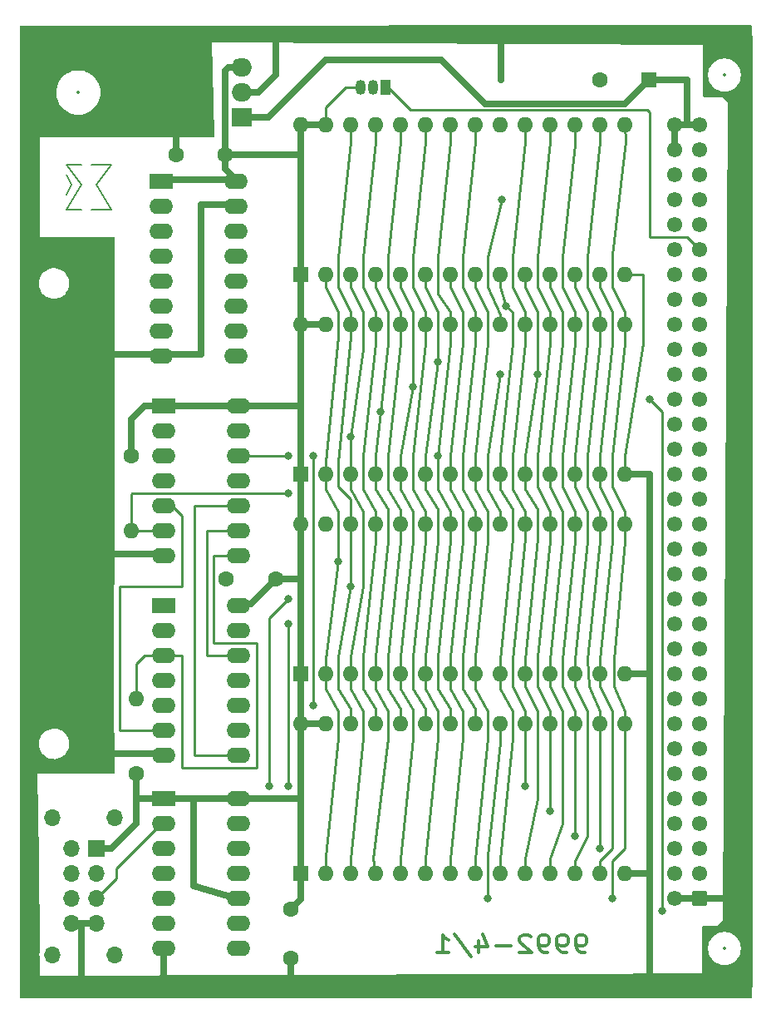
<source format=gbl>
%TF.GenerationSoftware,KiCad,Pcbnew,8.0.3+1*%
%TF.CreationDate,2024-07-14T18:41:45+02:00*%
%TF.ProjectId,QL_GST_Rom_board,514c5f47-5354-45f5-926f-6d5f626f6172,rev?*%
%TF.SameCoordinates,Original*%
%TF.FileFunction,Copper,L2,Bot*%
%TF.FilePolarity,Positive*%
%FSLAX46Y46*%
G04 Gerber Fmt 4.6, Leading zero omitted, Abs format (unit mm)*
G04 Created by KiCad (PCBNEW 8.0.3+1) date 2024-07-14 18:41:45*
%MOMM*%
%LPD*%
G01*
G04 APERTURE LIST*
G04 Aperture macros list*
%AMRoundRect*
0 Rectangle with rounded corners*
0 $1 Rounding radius*
0 $2 $3 $4 $5 $6 $7 $8 $9 X,Y pos of 4 corners*
0 Add a 4 corners polygon primitive as box body*
4,1,4,$2,$3,$4,$5,$6,$7,$8,$9,$2,$3,0*
0 Add four circle primitives for the rounded corners*
1,1,$1+$1,$2,$3*
1,1,$1+$1,$4,$5*
1,1,$1+$1,$6,$7*
1,1,$1+$1,$8,$9*
0 Add four rect primitives between the rounded corners*
20,1,$1+$1,$2,$3,$4,$5,0*
20,1,$1+$1,$4,$5,$6,$7,0*
20,1,$1+$1,$6,$7,$8,$9,0*
20,1,$1+$1,$8,$9,$2,$3,0*%
G04 Aperture macros list end*
%TA.AperFunction,NonConductor*%
%ADD10C,0.200000*%
%TD*%
%ADD11C,0.300000*%
%TA.AperFunction,NonConductor*%
%ADD12C,0.300000*%
%TD*%
%TA.AperFunction,ComponentPad*%
%ADD13R,1.600000X1.600000*%
%TD*%
%TA.AperFunction,ComponentPad*%
%ADD14C,1.600000*%
%TD*%
%TA.AperFunction,ComponentPad*%
%ADD15O,1.700000X1.700000*%
%TD*%
%TA.AperFunction,ComponentPad*%
%ADD16R,1.700000X1.700000*%
%TD*%
%TA.AperFunction,ComponentPad*%
%ADD17O,1.600000X1.600000*%
%TD*%
%TA.AperFunction,ComponentPad*%
%ADD18R,2.400000X1.600000*%
%TD*%
%TA.AperFunction,ComponentPad*%
%ADD19O,2.400000X1.600000*%
%TD*%
%TA.AperFunction,ComponentPad*%
%ADD20RoundRect,0.249999X0.525001X-0.525001X0.525001X0.525001X-0.525001X0.525001X-0.525001X-0.525001X0*%
%TD*%
%TA.AperFunction,ComponentPad*%
%ADD21C,1.550000*%
%TD*%
%TA.AperFunction,ComponentPad*%
%ADD22R,2.000000X1.905000*%
%TD*%
%TA.AperFunction,ComponentPad*%
%ADD23O,2.000000X1.905000*%
%TD*%
%TA.AperFunction,ComponentPad*%
%ADD24R,1.050000X1.500000*%
%TD*%
%TA.AperFunction,ComponentPad*%
%ADD25O,1.050000X1.500000*%
%TD*%
%TA.AperFunction,ViaPad*%
%ADD26C,0.800000*%
%TD*%
%TA.AperFunction,Conductor*%
%ADD27C,0.250000*%
%TD*%
%TA.AperFunction,Conductor*%
%ADD28C,0.635000*%
%TD*%
%ADD29C,0.350000*%
G04 APERTURE END LIST*
D10*
X173990000Y-61976000D02*
X175514000Y-59436000D01*
X173990000Y-57404000D02*
X175514000Y-57404000D01*
X178562000Y-61976000D02*
X176530000Y-61976000D01*
X174498000Y-59436000D02*
X173990000Y-60452000D01*
X176530000Y-57404000D02*
X178562000Y-57404000D01*
X177038000Y-59436000D02*
X178562000Y-61976000D01*
X173990000Y-58420000D02*
X174498000Y-59436000D01*
X175514000Y-59436000D02*
X173990000Y-57404000D01*
X175514000Y-61976000D02*
X173990000Y-61976000D01*
X178562000Y-57404000D02*
X177038000Y-59436000D01*
D11*
D12*
X226826939Y-137565234D02*
X226445987Y-137565234D01*
X226445987Y-137565234D02*
X226255510Y-137481901D01*
X226255510Y-137481901D02*
X226160272Y-137398567D01*
X226160272Y-137398567D02*
X225969796Y-137148567D01*
X225969796Y-137148567D02*
X225874558Y-136815234D01*
X225874558Y-136815234D02*
X225874558Y-136148567D01*
X225874558Y-136148567D02*
X225969796Y-135981901D01*
X225969796Y-135981901D02*
X226065034Y-135898567D01*
X226065034Y-135898567D02*
X226255510Y-135815234D01*
X226255510Y-135815234D02*
X226636463Y-135815234D01*
X226636463Y-135815234D02*
X226826939Y-135898567D01*
X226826939Y-135898567D02*
X226922177Y-135981901D01*
X226922177Y-135981901D02*
X227017415Y-136148567D01*
X227017415Y-136148567D02*
X227017415Y-136565234D01*
X227017415Y-136565234D02*
X226922177Y-136731901D01*
X226922177Y-136731901D02*
X226826939Y-136815234D01*
X226826939Y-136815234D02*
X226636463Y-136898567D01*
X226636463Y-136898567D02*
X226255510Y-136898567D01*
X226255510Y-136898567D02*
X226065034Y-136815234D01*
X226065034Y-136815234D02*
X225969796Y-136731901D01*
X225969796Y-136731901D02*
X225874558Y-136565234D01*
X224922177Y-137565234D02*
X224541225Y-137565234D01*
X224541225Y-137565234D02*
X224350748Y-137481901D01*
X224350748Y-137481901D02*
X224255510Y-137398567D01*
X224255510Y-137398567D02*
X224065034Y-137148567D01*
X224065034Y-137148567D02*
X223969796Y-136815234D01*
X223969796Y-136815234D02*
X223969796Y-136148567D01*
X223969796Y-136148567D02*
X224065034Y-135981901D01*
X224065034Y-135981901D02*
X224160272Y-135898567D01*
X224160272Y-135898567D02*
X224350748Y-135815234D01*
X224350748Y-135815234D02*
X224731701Y-135815234D01*
X224731701Y-135815234D02*
X224922177Y-135898567D01*
X224922177Y-135898567D02*
X225017415Y-135981901D01*
X225017415Y-135981901D02*
X225112653Y-136148567D01*
X225112653Y-136148567D02*
X225112653Y-136565234D01*
X225112653Y-136565234D02*
X225017415Y-136731901D01*
X225017415Y-136731901D02*
X224922177Y-136815234D01*
X224922177Y-136815234D02*
X224731701Y-136898567D01*
X224731701Y-136898567D02*
X224350748Y-136898567D01*
X224350748Y-136898567D02*
X224160272Y-136815234D01*
X224160272Y-136815234D02*
X224065034Y-136731901D01*
X224065034Y-136731901D02*
X223969796Y-136565234D01*
X223017415Y-137565234D02*
X222636463Y-137565234D01*
X222636463Y-137565234D02*
X222445986Y-137481901D01*
X222445986Y-137481901D02*
X222350748Y-137398567D01*
X222350748Y-137398567D02*
X222160272Y-137148567D01*
X222160272Y-137148567D02*
X222065034Y-136815234D01*
X222065034Y-136815234D02*
X222065034Y-136148567D01*
X222065034Y-136148567D02*
X222160272Y-135981901D01*
X222160272Y-135981901D02*
X222255510Y-135898567D01*
X222255510Y-135898567D02*
X222445986Y-135815234D01*
X222445986Y-135815234D02*
X222826939Y-135815234D01*
X222826939Y-135815234D02*
X223017415Y-135898567D01*
X223017415Y-135898567D02*
X223112653Y-135981901D01*
X223112653Y-135981901D02*
X223207891Y-136148567D01*
X223207891Y-136148567D02*
X223207891Y-136565234D01*
X223207891Y-136565234D02*
X223112653Y-136731901D01*
X223112653Y-136731901D02*
X223017415Y-136815234D01*
X223017415Y-136815234D02*
X222826939Y-136898567D01*
X222826939Y-136898567D02*
X222445986Y-136898567D01*
X222445986Y-136898567D02*
X222255510Y-136815234D01*
X222255510Y-136815234D02*
X222160272Y-136731901D01*
X222160272Y-136731901D02*
X222065034Y-136565234D01*
X221303129Y-135981901D02*
X221207891Y-135898567D01*
X221207891Y-135898567D02*
X221017415Y-135815234D01*
X221017415Y-135815234D02*
X220541224Y-135815234D01*
X220541224Y-135815234D02*
X220350748Y-135898567D01*
X220350748Y-135898567D02*
X220255510Y-135981901D01*
X220255510Y-135981901D02*
X220160272Y-136148567D01*
X220160272Y-136148567D02*
X220160272Y-136315234D01*
X220160272Y-136315234D02*
X220255510Y-136565234D01*
X220255510Y-136565234D02*
X221398367Y-137565234D01*
X221398367Y-137565234D02*
X220160272Y-137565234D01*
X219303129Y-136898567D02*
X217779320Y-136898567D01*
X215969796Y-136398567D02*
X215969796Y-137565234D01*
X216445987Y-135731901D02*
X216922177Y-136981901D01*
X216922177Y-136981901D02*
X215684082Y-136981901D01*
X213493606Y-135731901D02*
X215207891Y-137981901D01*
X211779320Y-137565234D02*
X212922177Y-137565234D01*
X212350749Y-137565234D02*
X212350749Y-135815234D01*
X212350749Y-135815234D02*
X212541225Y-136065234D01*
X212541225Y-136065234D02*
X212731701Y-136231901D01*
X212731701Y-136231901D02*
X212922177Y-136315234D01*
D13*
%TO.P,C2,1*%
%TO.N,+9V*%
X233306000Y-48768000D03*
D14*
%TO.P,C2,2*%
%TO.N,GND*%
X228306000Y-48768000D03*
%TD*%
D15*
%TO.P,SW1,0*%
%TO.N,N/C*%
X172593000Y-123825000D03*
X172593000Y-137795000D03*
X178943000Y-123825000D03*
X178943000Y-137795000D03*
D16*
%TO.P,SW1,1,1*%
%TO.N,VCC*%
X177038000Y-127000000D03*
D15*
%TO.P,SW1,2,2*%
%TO.N,Net-(U8B-Q)*%
X177038000Y-129540000D03*
%TO.P,SW1,3,3*%
%TO.N,Net-(U8A-D)*%
X177038000Y-132080000D03*
%TO.P,SW1,4,4*%
%TO.N,GND*%
X177038000Y-134620000D03*
%TO.P,SW1,5,5*%
%TO.N,VCC*%
X174498000Y-127000000D03*
%TO.P,SW1,6,6*%
%TO.N,unconnected-(SW1-Pad6)*%
X174498000Y-129540000D03*
%TO.P,SW1,7,7*%
%TO.N,unconnected-(SW1-Pad7)*%
X174498000Y-132080000D03*
%TO.P,SW1,8,8*%
%TO.N,GND*%
X174498000Y-134620000D03*
%TD*%
D14*
%TO.P,R1,1*%
%TO.N,VCC*%
X180594000Y-86995000D03*
D17*
%TO.P,R1,2*%
%TO.N,/ROM_OE*%
X180594000Y-94615000D03*
%TD*%
D13*
%TO.P,U3,1,VPP*%
%TO.N,VCC*%
X197866000Y-109220000D03*
D17*
%TO.P,U3,2,A12*%
%TO.N,/A12*%
X200406000Y-109220000D03*
%TO.P,U3,3,A7*%
%TO.N,/A7*%
X202946000Y-109220000D03*
%TO.P,U3,4,A6*%
%TO.N,/A6*%
X205486000Y-109220000D03*
%TO.P,U3,5,A5*%
%TO.N,/A5*%
X208026000Y-109220000D03*
%TO.P,U3,6,A4*%
%TO.N,/A4*%
X210566000Y-109220000D03*
%TO.P,U3,7,A3*%
%TO.N,/A3*%
X213106000Y-109220000D03*
%TO.P,U3,8,A2*%
%TO.N,/A2*%
X215646000Y-109220000D03*
%TO.P,U3,9,A1*%
%TO.N,/A1*%
X218186000Y-109220000D03*
%TO.P,U3,10,A0*%
%TO.N,/A0*%
X220726000Y-109220000D03*
%TO.P,U3,11,D0*%
%TO.N,/D0*%
X223266000Y-109220000D03*
%TO.P,U3,12,D1*%
%TO.N,/D1*%
X225806000Y-109220000D03*
%TO.P,U3,13,D2*%
%TO.N,/D2*%
X228346000Y-109220000D03*
%TO.P,U3,14,GND*%
%TO.N,GND*%
X230886000Y-109220000D03*
%TO.P,U3,15,D3*%
%TO.N,/D3*%
X230886000Y-93980000D03*
%TO.P,U3,16,D4*%
%TO.N,/D4*%
X228346000Y-93980000D03*
%TO.P,U3,17,D5*%
%TO.N,/D5*%
X225806000Y-93980000D03*
%TO.P,U3,18,D6*%
%TO.N,/D6*%
X223266000Y-93980000D03*
%TO.P,U3,19,D7*%
%TO.N,/D7*%
X220726000Y-93980000D03*
%TO.P,U3,20,~{CE}*%
%TO.N,/ROM_CE3*%
X218186000Y-93980000D03*
%TO.P,U3,21,A10*%
%TO.N,/A10*%
X215646000Y-93980000D03*
%TO.P,U3,22,~{OE}*%
%TO.N,/ROM_OE*%
X213106000Y-93980000D03*
%TO.P,U3,23,A11*%
%TO.N,/A11*%
X210566000Y-93980000D03*
%TO.P,U3,24,A9*%
%TO.N,/A9*%
X208026000Y-93980000D03*
%TO.P,U3,25,A8*%
%TO.N,/A8*%
X205486000Y-93980000D03*
%TO.P,U3,26,A13*%
%TO.N,/A13*%
X202946000Y-93980000D03*
%TO.P,U3,27,~{PGM}*%
%TO.N,VCC*%
X200406000Y-93980000D03*
%TO.P,U3,28,VCC*%
X197866000Y-93980000D03*
%TD*%
D13*
%TO.P,U1,1,VPP*%
%TO.N,VCC*%
X197866000Y-68580000D03*
D17*
%TO.P,U1,2,A12*%
%TO.N,/A12*%
X200406000Y-68580000D03*
%TO.P,U1,3,A7*%
%TO.N,/A7*%
X202946000Y-68580000D03*
%TO.P,U1,4,A6*%
%TO.N,/A6*%
X205486000Y-68580000D03*
%TO.P,U1,5,A5*%
%TO.N,/A5*%
X208026000Y-68580000D03*
%TO.P,U1,6,A4*%
%TO.N,/A4*%
X210566000Y-68580000D03*
%TO.P,U1,7,A3*%
%TO.N,/A3*%
X213106000Y-68580000D03*
%TO.P,U1,8,A2*%
%TO.N,/A2*%
X215646000Y-68580000D03*
%TO.P,U1,9,A1*%
%TO.N,/A1*%
X218186000Y-68580000D03*
%TO.P,U1,10,A0*%
%TO.N,/A0*%
X220726000Y-68580000D03*
%TO.P,U1,11,D0*%
%TO.N,/D0*%
X223266000Y-68580000D03*
%TO.P,U1,12,D1*%
%TO.N,/D1*%
X225806000Y-68580000D03*
%TO.P,U1,13,D2*%
%TO.N,/D2*%
X228346000Y-68580000D03*
%TO.P,U1,14,GND*%
%TO.N,GND*%
X230886000Y-68580000D03*
%TO.P,U1,15,D3*%
%TO.N,/D3*%
X230886000Y-53340000D03*
%TO.P,U1,16,D4*%
%TO.N,/D4*%
X228346000Y-53340000D03*
%TO.P,U1,17,D5*%
%TO.N,/D5*%
X225806000Y-53340000D03*
%TO.P,U1,18,D6*%
%TO.N,/D6*%
X223266000Y-53340000D03*
%TO.P,U1,19,D7*%
%TO.N,/D7*%
X220726000Y-53340000D03*
%TO.P,U1,20,~{CE}*%
%TO.N,/ROM_CE1*%
X218186000Y-53340000D03*
%TO.P,U1,21,A10*%
%TO.N,/A10*%
X215646000Y-53340000D03*
%TO.P,U1,22,~{OE}*%
%TO.N,/ROM_OE*%
X213106000Y-53340000D03*
%TO.P,U1,23,A11*%
%TO.N,/A11*%
X210566000Y-53340000D03*
%TO.P,U1,24,A9*%
%TO.N,/A9*%
X208026000Y-53340000D03*
%TO.P,U1,25,A8*%
%TO.N,/A8*%
X205486000Y-53340000D03*
%TO.P,U1,26,A13*%
%TO.N,/A13*%
X202946000Y-53340000D03*
%TO.P,U1,27,~{PGM}*%
%TO.N,VCC*%
X200406000Y-53340000D03*
%TO.P,U1,28,VCC*%
X197866000Y-53340000D03*
%TD*%
D14*
%TO.P,R2,1*%
%TO.N,VCC*%
X181102000Y-119380000D03*
D17*
%TO.P,R2,2*%
%TO.N,Net-(R2-Pad2)*%
X181102000Y-111760000D03*
%TD*%
D13*
%TO.P,U2,1,VPP*%
%TO.N,VCC*%
X197876000Y-88880000D03*
D17*
%TO.P,U2,2,A12*%
%TO.N,/A12*%
X200416000Y-88880000D03*
%TO.P,U2,3,A7*%
%TO.N,/A7*%
X202956000Y-88880000D03*
%TO.P,U2,4,A6*%
%TO.N,/A6*%
X205496000Y-88880000D03*
%TO.P,U2,5,A5*%
%TO.N,/A5*%
X208036000Y-88880000D03*
%TO.P,U2,6,A4*%
%TO.N,/A4*%
X210576000Y-88880000D03*
%TO.P,U2,7,A3*%
%TO.N,/A3*%
X213116000Y-88880000D03*
%TO.P,U2,8,A2*%
%TO.N,/A2*%
X215656000Y-88880000D03*
%TO.P,U2,9,A1*%
%TO.N,/A1*%
X218196000Y-88880000D03*
%TO.P,U2,10,A0*%
%TO.N,/A0*%
X220736000Y-88880000D03*
%TO.P,U2,11,D0*%
%TO.N,/D0*%
X223276000Y-88880000D03*
%TO.P,U2,12,D1*%
%TO.N,/D1*%
X225816000Y-88880000D03*
%TO.P,U2,13,D2*%
%TO.N,/D2*%
X228356000Y-88880000D03*
%TO.P,U2,14,GND*%
%TO.N,GND*%
X230896000Y-88880000D03*
%TO.P,U2,15,D3*%
%TO.N,/D3*%
X230896000Y-73640000D03*
%TO.P,U2,16,D4*%
%TO.N,/D4*%
X228356000Y-73640000D03*
%TO.P,U2,17,D5*%
%TO.N,/D5*%
X225816000Y-73640000D03*
%TO.P,U2,18,D6*%
%TO.N,/D6*%
X223276000Y-73640000D03*
%TO.P,U2,19,D7*%
%TO.N,/D7*%
X220736000Y-73640000D03*
%TO.P,U2,20,~{CE}*%
%TO.N,/ROM_CE2*%
X218196000Y-73640000D03*
%TO.P,U2,21,A10*%
%TO.N,/A10*%
X215656000Y-73640000D03*
%TO.P,U2,22,~{OE}*%
%TO.N,/ROM_OE*%
X213116000Y-73640000D03*
%TO.P,U2,23,A11*%
%TO.N,/A11*%
X210576000Y-73640000D03*
%TO.P,U2,24,A9*%
%TO.N,/A9*%
X208036000Y-73640000D03*
%TO.P,U2,25,A8*%
%TO.N,/A8*%
X205496000Y-73640000D03*
%TO.P,U2,26,A13*%
%TO.N,/A13*%
X202956000Y-73640000D03*
%TO.P,U2,27,~{PGM}*%
%TO.N,VCC*%
X200416000Y-73640000D03*
%TO.P,U2,28,VCC*%
X197876000Y-73640000D03*
%TD*%
D18*
%TO.P,U7,1*%
%TO.N,/A16*%
X183896000Y-102235000D03*
D19*
%TO.P,U7,2*%
X183896000Y-104775000D03*
%TO.P,U7,3*%
%TO.N,Net-(R2-Pad2)*%
X183896000Y-107315000D03*
%TO.P,U7,4*%
%TO.N,/RW*%
X183896000Y-109855000D03*
%TO.P,U7,5*%
%TO.N,Net-(U8A-Q)*%
X183896000Y-112395000D03*
%TO.P,U7,6*%
%TO.N,Net-(Q1-B)*%
X183896000Y-114935000D03*
%TO.P,U7,7,GND*%
%TO.N,GND*%
X183896000Y-117475000D03*
%TO.P,U7,8*%
%TO.N,Net-(U6-Pad10)*%
X191516000Y-117475000D03*
%TO.P,U7,9*%
%TO.N,/AS*%
X191516000Y-114935000D03*
%TO.P,U7,10*%
%TO.N,/DS*%
X191516000Y-112395000D03*
%TO.P,U7,11*%
%TO.N,/A19*%
X191516000Y-109855000D03*
%TO.P,U7,12*%
%TO.N,Net-(U6-Pad9)*%
X191516000Y-107315000D03*
%TO.P,U7,13*%
%TO.N,/A17*%
X191516000Y-104775000D03*
%TO.P,U7,14,VCC*%
%TO.N,VCC*%
X191516000Y-102235000D03*
%TD*%
D20*
%TO.P,J1,a1,GND*%
%TO.N,GND*%
X238506000Y-132080000D03*
D21*
%TO.P,J1,a2,D3*%
%TO.N,/D3*%
X238506000Y-129540000D03*
%TO.P,J1,a3,D4*%
%TO.N,/D4*%
X238506000Y-127000000D03*
%TO.P,J1,a4,D5*%
%TO.N,/D5*%
X238506000Y-124460000D03*
%TO.P,J1,a5,D6*%
%TO.N,/D6*%
X238506000Y-121920000D03*
%TO.P,J1,a6,D7*%
%TO.N,/D7*%
X238506000Y-119380000D03*
%TO.P,J1,a7,A19*%
%TO.N,/A19*%
X238506000Y-116840000D03*
%TO.P,J1,a8,A18*%
%TO.N,/A18*%
X238506000Y-114300000D03*
%TO.P,J1,a9,A17*%
%TO.N,/A17*%
X238506000Y-111760000D03*
%TO.P,J1,a10,A16*%
%TO.N,/A16*%
X238506000Y-109220000D03*
%TO.P,J1,a11,CLKCPU*%
%TO.N,/CLKCPU*%
X238506000Y-106680000D03*
%TO.P,J1,a12,RED*%
%TO.N,unconnected-(J1-RED-Pada12)*%
X238506000Y-104140000D03*
%TO.P,J1,a13,A14*%
%TO.N,/A14*%
X238506000Y-101600000D03*
%TO.P,J1,a14,A13*%
%TO.N,/A13*%
X238506000Y-99060000D03*
%TO.P,J1,a15,A12*%
%TO.N,/A12*%
X238506000Y-96520000D03*
%TO.P,J1,a16,A11*%
%TO.N,/A11*%
X238506000Y-93980000D03*
%TO.P,J1,a17,A10*%
%TO.N,/A10*%
X238506000Y-91440000D03*
%TO.P,J1,a18,A9*%
%TO.N,/A9*%
X238506000Y-88900000D03*
%TO.P,J1,a19,A8*%
%TO.N,/A8*%
X238506000Y-86360000D03*
%TO.P,J1,a20,A7*%
%TO.N,/A7*%
X238506000Y-83820000D03*
%TO.P,J1,a21,A6*%
%TO.N,/A6*%
X238506000Y-81280000D03*
%TO.P,J1,a22,A5*%
%TO.N,/A5*%
X238506000Y-78740000D03*
%TO.P,J1,a23,A4*%
%TO.N,/A4*%
X238506000Y-76200000D03*
%TO.P,J1,a24,A3*%
%TO.N,/A3*%
X238506000Y-73660000D03*
%TO.P,J1,a25,~{DBG}*%
%TO.N,unconnected-(J1-~{DBG}-Pada25)*%
X238506000Y-71120000D03*
%TO.P,J1,a26,SP2*%
%TO.N,/O_SP2*%
X238506000Y-68580000D03*
%TO.P,J1,a27,~{DSMC}*%
%TO.N,/DSMC*%
X238506000Y-66040000D03*
%TO.P,J1,a28,SP1*%
%TO.N,/O_SP1*%
X238506000Y-63500000D03*
%TO.P,J1,a29,SP0*%
%TO.N,/O_SP0*%
X238506000Y-60960000D03*
%TO.P,J1,a30,+12V*%
%TO.N,unconnected-(J1-+12V-Pada30)*%
X238506000Y-58420000D03*
%TO.P,J1,a31,-12V*%
%TO.N,unconnected-(J1--12V-Pada31)*%
X238506000Y-55880000D03*
%TO.P,J1,a32,Vin*%
%TO.N,+9V*%
X238506000Y-53340000D03*
%TO.P,J1,b1,GND*%
%TO.N,GND*%
X235966000Y-132080000D03*
%TO.P,J1,b2,D2*%
%TO.N,/D2*%
X235966000Y-129540000D03*
%TO.P,J1,b3,D1*%
%TO.N,/D1*%
X235966000Y-127000000D03*
%TO.P,J1,b4,D0*%
%TO.N,/D0*%
X235966000Y-124460000D03*
%TO.P,J1,b5,~{AS}*%
%TO.N,/AS*%
X235966000Y-121920000D03*
%TO.P,J1,b6,~{DS}*%
%TO.N,/DS*%
X235966000Y-119380000D03*
%TO.P,J1,b7,~{DRW}*%
%TO.N,/RW*%
X235966000Y-116840000D03*
%TO.P,J1,b8,~{DTACK}*%
%TO.N,/DTACKL*%
X235966000Y-114300000D03*
%TO.P,J1,b9,~{BG}*%
%TO.N,unconnected-(J1-~{BG}-Padb9)*%
X235966000Y-111760000D03*
%TO.P,J1,b10,~{BR}*%
%TO.N,unconnected-(J1-~{BR}-Padb10)*%
X235966000Y-109220000D03*
%TO.P,J1,b11,A15*%
%TO.N,/A15*%
X235966000Y-106680000D03*
%TO.P,J1,b12,~{RESETCPU}*%
%TO.N,/RESET*%
X235966000Y-104140000D03*
%TO.P,J1,b13,~{CSYNC}*%
%TO.N,unconnected-(J1-~{CSYNC}-Padb13)*%
X235966000Y-101600000D03*
%TO.P,J1,b14,E*%
%TO.N,/E*%
X235966000Y-99060000D03*
%TO.P,J1,b15,VSYNCH*%
%TO.N,unconnected-(J1-VSYNCH-Padb15)*%
X235966000Y-96520000D03*
%TO.P,J1,b16,~{VPA}*%
%TO.N,/VPA*%
X235966000Y-93980000D03*
%TO.P,J1,b17,GREEN*%
%TO.N,unconnected-(J1-GREEN-Padb17)*%
X235966000Y-91440000D03*
%TO.P,J1,b18,BLUE*%
%TO.N,unconnected-(J1-BLUE-Padb18)*%
X235966000Y-88900000D03*
%TO.P,J1,b19,FC2*%
%TO.N,unconnected-(J1-FC2-Padb19)*%
X235966000Y-86360000D03*
%TO.P,J1,b20,FC1*%
%TO.N,unconnected-(J1-FC1-Padb20)*%
X235966000Y-83820000D03*
%TO.P,J1,b21,FC0*%
%TO.N,unconnected-(J1-FC0-Padb21)*%
X235966000Y-81280000D03*
%TO.P,J1,b22,A0*%
%TO.N,/A0*%
X235966000Y-78740000D03*
%TO.P,J1,b23,ROMOEH*%
%TO.N,unconnected-(J1-ROMOEH-Padb23)*%
X235966000Y-76200000D03*
%TO.P,J1,b24,A1*%
%TO.N,/A1*%
X235966000Y-73660000D03*
%TO.P,J1,b25,A2*%
%TO.N,/A2*%
X235966000Y-71120000D03*
%TO.P,J1,b26,SP3*%
%TO.N,/O_SP3*%
X235966000Y-68580000D03*
%TO.P,J1,b27,~{IPLO}*%
%TO.N,unconnected-(J1-~{IPLO}-Padb27)*%
X235966000Y-66040000D03*
%TO.P,J1,b28,~{BERR}*%
%TO.N,unconnected-(J1-~{BERR}-Padb28)*%
X235966000Y-63500000D03*
%TO.P,J1,b29,~{IPL1}*%
%TO.N,unconnected-(J1-~{IPL1}-Padb29)*%
X235966000Y-60960000D03*
%TO.P,J1,b30,~{EXTINT}*%
%TO.N,unconnected-(J1-~{EXTINT}-Padb30)*%
X235966000Y-58420000D03*
%TO.P,J1,b31,Vin*%
%TO.N,+9V*%
X235966000Y-55880000D03*
%TO.P,J1,b32,Vin*%
X235966000Y-53340000D03*
%TD*%
D22*
%TO.P,U9,1,IN*%
%TO.N,+9V*%
X191856000Y-52578000D03*
D23*
%TO.P,U9,2,GND*%
%TO.N,GND*%
X191856000Y-50038000D03*
%TO.P,U9,3,OUT*%
%TO.N,VCC*%
X191856000Y-47498000D03*
%TD*%
D18*
%TO.P,U6,1*%
%TO.N,VCC*%
X183896000Y-81915000D03*
D19*
%TO.P,U6,2*%
%TO.N,unconnected-(U6-Pad2)*%
X183896000Y-84455000D03*
%TO.P,U6,3*%
%TO.N,Net-(Q1-B)*%
X183896000Y-86995000D03*
%TO.P,U6,4*%
X183896000Y-89535000D03*
%TO.P,U6,5*%
X183896000Y-92075000D03*
%TO.P,U6,6*%
%TO.N,/ROM_OE*%
X183896000Y-94615000D03*
%TO.P,U6,7,GND*%
%TO.N,GND*%
X183896000Y-97155000D03*
%TO.P,U6,8*%
%TO.N,Net-(R2-Pad2)*%
X191516000Y-97155000D03*
%TO.P,U6,9*%
%TO.N,Net-(U6-Pad9)*%
X191516000Y-94615000D03*
%TO.P,U6,10*%
%TO.N,Net-(U6-Pad10)*%
X191516000Y-92075000D03*
%TO.P,U6,11*%
%TO.N,/A18*%
X191516000Y-89535000D03*
%TO.P,U6,12*%
%TO.N,/DTACKL*%
X191516000Y-86995000D03*
%TO.P,U6,13*%
%TO.N,unconnected-(U6-Pad13)*%
X191516000Y-84455000D03*
%TO.P,U6,14,VCC*%
%TO.N,VCC*%
X191516000Y-81915000D03*
%TD*%
D13*
%TO.P,U4,1,VPP*%
%TO.N,VCC*%
X197866000Y-129540000D03*
D17*
%TO.P,U4,2,A12*%
%TO.N,/A12*%
X200406000Y-129540000D03*
%TO.P,U4,3,A7*%
%TO.N,/A7*%
X202946000Y-129540000D03*
%TO.P,U4,4,A6*%
%TO.N,/A6*%
X205486000Y-129540000D03*
%TO.P,U4,5,A5*%
%TO.N,/A5*%
X208026000Y-129540000D03*
%TO.P,U4,6,A4*%
%TO.N,/A4*%
X210566000Y-129540000D03*
%TO.P,U4,7,A3*%
%TO.N,/A3*%
X213106000Y-129540000D03*
%TO.P,U4,8,A2*%
%TO.N,/A2*%
X215646000Y-129540000D03*
%TO.P,U4,9,A1*%
%TO.N,/A1*%
X218186000Y-129540000D03*
%TO.P,U4,10,A0*%
%TO.N,/A0*%
X220726000Y-129540000D03*
%TO.P,U4,11,D0*%
%TO.N,/D0*%
X223266000Y-129540000D03*
%TO.P,U4,12,D1*%
%TO.N,/D1*%
X225806000Y-129540000D03*
%TO.P,U4,13,D2*%
%TO.N,/D2*%
X228346000Y-129540000D03*
%TO.P,U4,14,GND*%
%TO.N,GND*%
X230886000Y-129540000D03*
%TO.P,U4,15,D3*%
%TO.N,/D3*%
X230886000Y-114300000D03*
%TO.P,U4,16,D4*%
%TO.N,/D4*%
X228346000Y-114300000D03*
%TO.P,U4,17,D5*%
%TO.N,/D5*%
X225806000Y-114300000D03*
%TO.P,U4,18,D6*%
%TO.N,/D6*%
X223266000Y-114300000D03*
%TO.P,U4,19,D7*%
%TO.N,/D7*%
X220726000Y-114300000D03*
%TO.P,U4,20,~{CE}*%
%TO.N,/ROM_CE4*%
X218186000Y-114300000D03*
%TO.P,U4,21,A10*%
%TO.N,/A10*%
X215646000Y-114300000D03*
%TO.P,U4,22,~{OE}*%
%TO.N,/ROM_OE*%
X213106000Y-114300000D03*
%TO.P,U4,23,A11*%
%TO.N,/A11*%
X210566000Y-114300000D03*
%TO.P,U4,24,A9*%
%TO.N,/A9*%
X208026000Y-114300000D03*
%TO.P,U4,25,A8*%
%TO.N,/A8*%
X205486000Y-114300000D03*
%TO.P,U4,26,A13*%
%TO.N,/A13*%
X202946000Y-114300000D03*
%TO.P,U4,27,~{PGM}*%
%TO.N,VCC*%
X200406000Y-114300000D03*
%TO.P,U4,28,VCC*%
X197866000Y-114300000D03*
%TD*%
D24*
%TO.P,Q1,1,E*%
%TO.N,/DSMC*%
X206502000Y-49530000D03*
D25*
%TO.P,Q1,2,B*%
%TO.N,Net-(Q1-B)*%
X205232000Y-49530000D03*
%TO.P,Q1,3,C*%
%TO.N,VCC*%
X203962000Y-49530000D03*
%TD*%
D14*
%TO.P,C3,1*%
%TO.N,VCC*%
X195286000Y-99568000D03*
%TO.P,C3,2*%
%TO.N,GND*%
X190286000Y-99568000D03*
%TD*%
D18*
%TO.P,U8,1,~{R}*%
%TO.N,VCC*%
X183896000Y-121920000D03*
D19*
%TO.P,U8,2,D*%
%TO.N,Net-(U8A-D)*%
X183896000Y-124460000D03*
%TO.P,U8,3,C*%
%TO.N,/A14*%
X183896000Y-127000000D03*
%TO.P,U8,4,~{S}*%
%TO.N,VCC*%
X183896000Y-129540000D03*
%TO.P,U8,5,Q*%
%TO.N,Net-(U8A-Q)*%
X183896000Y-132080000D03*
%TO.P,U8,6,~{Q}*%
%TO.N,unconnected-(U8A-~{Q}-Pad6)*%
X183896000Y-134620000D03*
%TO.P,U8,7,GND*%
%TO.N,GND*%
X183896000Y-137160000D03*
%TO.P,U8,8,~{Q}*%
%TO.N,Net-(U8B-D)*%
X191516000Y-137160000D03*
%TO.P,U8,9,Q*%
%TO.N,Net-(U8B-Q)*%
X191516000Y-134620000D03*
%TO.P,U8,10,~{S}*%
%TO.N,VCC*%
X191516000Y-132080000D03*
%TO.P,U8,11,C*%
%TO.N,/RESET*%
X191516000Y-129540000D03*
%TO.P,U8,12,D*%
%TO.N,Net-(U8B-D)*%
X191516000Y-127000000D03*
%TO.P,U8,13,~{R}*%
%TO.N,VCC*%
X191516000Y-124460000D03*
%TO.P,U8,14,VCC*%
X191516000Y-121920000D03*
%TD*%
D14*
%TO.P,C1,1*%
%TO.N,VCC*%
X196850000Y-133176000D03*
%TO.P,C1,2*%
%TO.N,GND*%
X196850000Y-138176000D03*
%TD*%
D18*
%TO.P,U5,1,E*%
%TO.N,VCC*%
X183642000Y-59055000D03*
D19*
%TO.P,U5,2,A0*%
%TO.N,unconnected-(U5A-A0-Pad2)*%
X183642000Y-61595000D03*
%TO.P,U5,3,A1*%
%TO.N,unconnected-(U5A-A1-Pad3)*%
X183642000Y-64135000D03*
%TO.P,U5,4,O0*%
%TO.N,unconnected-(U5A-O0-Pad4)*%
X183642000Y-66675000D03*
%TO.P,U5,5,O1*%
%TO.N,unconnected-(U5A-O1-Pad5)*%
X183642000Y-69215000D03*
%TO.P,U5,6,O2*%
%TO.N,unconnected-(U5A-O2-Pad6)*%
X183642000Y-71755000D03*
%TO.P,U5,7,O3*%
%TO.N,unconnected-(U5A-O3-Pad7)*%
X183642000Y-74295000D03*
%TO.P,U5,8,GND*%
%TO.N,GND*%
X183642000Y-76835000D03*
%TO.P,U5,9,O3*%
%TO.N,/ROM_CE4*%
X191262000Y-76835000D03*
%TO.P,U5,10,O2*%
%TO.N,/ROM_CE3*%
X191262000Y-74295000D03*
%TO.P,U5,11,O1*%
%TO.N,/ROM_CE2*%
X191262000Y-71755000D03*
%TO.P,U5,12,O0*%
%TO.N,/ROM_CE1*%
X191262000Y-69215000D03*
%TO.P,U5,13,A1*%
%TO.N,/A15*%
X191262000Y-66675000D03*
%TO.P,U5,14,A0*%
%TO.N,/A14*%
X191262000Y-64135000D03*
%TO.P,U5,15,E*%
%TO.N,GND*%
X191262000Y-61595000D03*
%TO.P,U5,16,VCC*%
%TO.N,VCC*%
X191262000Y-59055000D03*
%TD*%
D14*
%TO.P,C4,1*%
%TO.N,VCC*%
X190166000Y-56388000D03*
%TO.P,C4,2*%
%TO.N,GND*%
X185166000Y-56388000D03*
%TD*%
D26*
%TO.N,/A4*%
X211836000Y-77470000D03*
%TO.N,/A5*%
X209296000Y-80010000D03*
%TO.N,/A6*%
X205979888Y-82550000D03*
%TO.N,/A7*%
X202946000Y-85090000D03*
%TO.N,/A12*%
X201676000Y-97790000D03*
%TO.N,/A13*%
X202946000Y-100330000D03*
%TO.N,/A14*%
X196596000Y-101600000D03*
X194691000Y-120650000D03*
%TO.N,/D7*%
X220726000Y-120650000D03*
%TO.N,/D6*%
X223266000Y-123190000D03*
%TO.N,/D5*%
X225806000Y-125730000D03*
X225806000Y-125730000D03*
%TO.N,/D4*%
X228346000Y-127000000D03*
%TO.N,/D3*%
X229616000Y-132080000D03*
%TO.N,/A1*%
X218821000Y-71755000D03*
%TO.N,/A0*%
X221996000Y-78740000D03*
%TO.N,/RESET*%
X196596000Y-120650000D03*
X196596000Y-104140000D03*
%TO.N,/ROM_CE2*%
X218376500Y-60960000D03*
%TO.N,/ROM_CE3*%
X218186000Y-78740000D03*
%TO.N,/ROM_OE*%
X211836000Y-86995000D03*
X196596000Y-90805000D03*
%TO.N,/ROM_CE4*%
X216916000Y-132080000D03*
X234696000Y-133350000D03*
X233426000Y-81280000D03*
%TO.N,/DTACKL*%
X196596000Y-86995000D03*
X199136000Y-112395000D03*
X199136000Y-86995000D03*
%TD*%
D27*
%TO.N,/DTACKL*%
X191516000Y-86995000D02*
X196596000Y-86995000D01*
%TO.N,/ROM_OE*%
X180721000Y-90805000D02*
X180594000Y-90932000D01*
X196596000Y-90805000D02*
X180721000Y-90805000D01*
X180594000Y-90932000D02*
X180594000Y-94432000D01*
D28*
%TO.N,+9V*%
X230901500Y-51172500D02*
X216653500Y-51172500D01*
X238506000Y-53340000D02*
X237236000Y-53340000D01*
X235966000Y-53340000D02*
X235966000Y-55880000D01*
X212217000Y-46736000D02*
X200406000Y-46736000D01*
X237236000Y-48768000D02*
X233306000Y-48768000D01*
X216653500Y-51172500D02*
X212217000Y-46736000D01*
X237236000Y-53340000D02*
X237236000Y-48768000D01*
X200406000Y-46736000D02*
X194564000Y-52578000D01*
X233306000Y-48768000D02*
X230901500Y-51172500D01*
X194564000Y-52578000D02*
X191856000Y-52578000D01*
X237236000Y-53340000D02*
X235966000Y-53340000D01*
%TO.N,GND*%
X169926000Y-53340000D02*
X181356000Y-53340000D01*
X220726000Y-44450000D02*
X243586000Y-44450000D01*
X218313000Y-44450000D02*
X218306000Y-48768000D01*
X195326000Y-48260000D02*
X193548000Y-50038000D01*
X183642000Y-140970000D02*
X175514000Y-140970000D01*
X233426000Y-109220000D02*
X230886000Y-109220000D01*
X195326000Y-44450000D02*
X220726000Y-44450000D01*
X233426000Y-88900000D02*
X233406000Y-88880000D01*
D27*
X230896000Y-86995000D02*
X232791000Y-75565000D01*
D28*
X193548000Y-50038000D02*
X191856000Y-50038000D01*
X174371000Y-111125000D02*
X169926000Y-111125000D01*
X177292000Y-114046000D02*
X174371000Y-111125000D01*
X191262000Y-61468000D02*
X187706000Y-61468000D01*
X195326000Y-48260000D02*
X195326000Y-44450000D01*
X233426000Y-129540000D02*
X233426000Y-109220000D01*
X175514000Y-134620000D02*
X174498000Y-134620000D01*
X183642000Y-97028000D02*
X169926000Y-97028000D01*
X233426000Y-129540000D02*
X230886000Y-129540000D01*
X196850000Y-140970000D02*
X183642000Y-140970000D01*
X183642000Y-76708000D02*
X169926000Y-76708000D01*
X169926000Y-76708000D02*
X169926000Y-53340000D01*
X243586000Y-140970000D02*
X233426000Y-140970000D01*
X243586000Y-132080000D02*
X243586000Y-140970000D01*
X169926000Y-140970000D02*
X169926000Y-117348000D01*
X177038000Y-134620000D02*
X175514000Y-134620000D01*
X169926000Y-117348000D02*
X169926000Y-111125000D01*
D27*
X232791000Y-75565000D02*
X232791000Y-68580000D01*
D28*
X183896000Y-50800000D02*
X185166000Y-52070000D01*
X183896000Y-44450000D02*
X183896000Y-50800000D01*
X169926000Y-97028000D02*
X169926000Y-76708000D01*
X235966000Y-132080000D02*
X242062000Y-132080000D01*
X183896000Y-137160000D02*
X183896000Y-140970000D01*
X169926000Y-111125000D02*
X169926000Y-97028000D01*
X177292000Y-117348000D02*
X177292000Y-114046000D01*
X196850000Y-138176000D02*
X196850000Y-140970000D01*
D27*
X230896000Y-88880000D02*
X230896000Y-86995000D01*
D28*
X233406000Y-88880000D02*
X230896000Y-88880000D01*
X185166000Y-52070000D02*
X185166000Y-56388000D01*
X243586000Y-44450000D02*
X243586000Y-132080000D01*
X233426000Y-140970000D02*
X233426000Y-129540000D01*
X175514000Y-134620000D02*
X175514000Y-140970000D01*
X175514000Y-140970000D02*
X169926000Y-140970000D01*
X233426000Y-140970000D02*
X196850000Y-140970000D01*
X181356000Y-53340000D02*
X183896000Y-50800000D01*
X233426000Y-109220000D02*
X233426000Y-88900000D01*
D27*
X232791000Y-68580000D02*
X230886000Y-68580000D01*
D28*
X187706000Y-76708000D02*
X183642000Y-76708000D01*
X183642000Y-117348000D02*
X177292000Y-117348000D01*
X195326000Y-44450000D02*
X183896000Y-44450000D01*
X187706000Y-61468000D02*
X187706000Y-76708000D01*
%TO.N,VCC*%
X191516000Y-81915000D02*
X197749000Y-81915000D01*
X181102000Y-124460000D02*
X178562000Y-127000000D01*
X197866000Y-68580000D02*
X197866000Y-69850000D01*
X190166000Y-56388000D02*
X197866000Y-56388000D01*
X197866000Y-114300000D02*
X200406000Y-114300000D01*
X183896000Y-81915000D02*
X181991000Y-81915000D01*
X180594000Y-83312000D02*
X180594000Y-86995000D01*
X197866000Y-99568000D02*
X197866000Y-109220000D01*
X197866000Y-132160000D02*
X196850000Y-133176000D01*
X186944000Y-121920000D02*
X186944000Y-130810000D01*
X190166000Y-56388000D02*
X190166000Y-57832000D01*
X191262000Y-121920000D02*
X186944000Y-121920000D01*
X197876000Y-69860000D02*
X197876000Y-73640000D01*
D27*
X203962000Y-49530000D02*
X202438000Y-49530000D01*
D28*
X197866000Y-69850000D02*
X197876000Y-69860000D01*
X191262000Y-102108000D02*
X192746000Y-102108000D01*
X197866000Y-114300000D02*
X197866000Y-121920000D01*
X197866000Y-53340000D02*
X200406000Y-53340000D01*
X190500000Y-47498000D02*
X191856000Y-47498000D01*
X197866000Y-129540000D02*
X197866000Y-132160000D01*
X191262000Y-121920000D02*
X197866000Y-121920000D01*
X191262000Y-58928000D02*
X183642000Y-58928000D01*
X190166000Y-56388000D02*
X190166000Y-47832000D01*
X186944000Y-130810000D02*
X191262000Y-132080000D01*
X181102000Y-121920000D02*
X181102000Y-119380000D01*
X197749000Y-81915000D02*
X197876000Y-81788000D01*
X195286000Y-99568000D02*
X197866000Y-99568000D01*
X197876000Y-88880000D02*
X197876000Y-93970000D01*
X191516000Y-81915000D02*
X183896000Y-81915000D01*
X197876000Y-73640000D02*
X197876000Y-81788000D01*
X197866000Y-53340000D02*
X197866000Y-56388000D01*
X183642000Y-121920000D02*
X181102000Y-121920000D01*
X191856000Y-47498000D02*
X191348000Y-46990000D01*
D27*
X202438000Y-49530000D02*
X200406000Y-51562000D01*
D28*
X197876000Y-81788000D02*
X197876000Y-88880000D01*
X197866000Y-93980000D02*
X197866000Y-99568000D01*
X178562000Y-127000000D02*
X177038000Y-127000000D01*
X197866000Y-121920000D02*
X197866000Y-129540000D01*
X190166000Y-57832000D02*
X191262000Y-58928000D01*
X181991000Y-81915000D02*
X180594000Y-83312000D01*
X197866000Y-109220000D02*
X197866000Y-114300000D01*
X192746000Y-102108000D02*
X195286000Y-99568000D01*
X181102000Y-121920000D02*
X181102000Y-124460000D01*
X197866000Y-56388000D02*
X197866000Y-68580000D01*
X186944000Y-121920000D02*
X183642000Y-121920000D01*
X197876000Y-73640000D02*
X200416000Y-73640000D01*
X190166000Y-47832000D02*
X190500000Y-47498000D01*
D27*
X200406000Y-51562000D02*
X200406000Y-53340000D01*
%TO.N,/DSMC*%
X233426000Y-64770000D02*
X233426000Y-52070000D01*
X237236000Y-64770000D02*
X233426000Y-64770000D01*
X233171000Y-51815000D02*
X209041000Y-51815000D01*
X238506000Y-66040000D02*
X237236000Y-64770000D01*
X209041000Y-51815000D02*
X206756000Y-49530000D01*
X233426000Y-52070000D02*
X233171000Y-51815000D01*
%TO.N,/A3*%
X213116000Y-88880000D02*
X213116000Y-87005000D01*
X214376000Y-115824000D02*
X214376000Y-113030000D01*
X214376000Y-95758000D02*
X214376000Y-92710000D01*
X213106000Y-129540000D02*
X213106000Y-128016000D01*
X213106000Y-86995000D02*
X214376000Y-75565000D01*
X213106000Y-69850000D02*
X213106000Y-68580000D01*
X213106000Y-128016000D02*
X214376000Y-115824000D01*
X213106000Y-109220000D02*
X213106000Y-107442000D01*
X213106000Y-110744000D02*
X213106000Y-109220000D01*
X213106000Y-107442000D02*
X214376000Y-95758000D01*
X213106000Y-90424000D02*
X213116000Y-88880000D01*
X214376000Y-113030000D02*
X213106000Y-110744000D01*
X214376000Y-92710000D02*
X213106000Y-90424000D01*
X213116000Y-87005000D02*
X213106000Y-86995000D01*
X214376000Y-75565000D02*
X214376000Y-72390000D01*
X214376000Y-72390000D02*
X213106000Y-69850000D01*
%TO.N,/A4*%
X211836000Y-77470000D02*
X211836000Y-72390000D01*
X210566000Y-69850000D02*
X210566000Y-68580000D01*
X210566000Y-107442000D02*
X211836000Y-95758000D01*
X210566000Y-90424000D02*
X210576000Y-88880000D01*
X210576000Y-87005000D02*
X210566000Y-86995000D01*
X211836000Y-115824000D02*
X211836000Y-113030000D01*
X210566000Y-110744000D02*
X210566000Y-109220000D01*
X210566000Y-129540000D02*
X210566000Y-128016000D01*
X210566000Y-86995000D02*
X211836000Y-77470000D01*
X211836000Y-92456000D02*
X210566000Y-90424000D01*
X211836000Y-95758000D02*
X211836000Y-92456000D01*
X211836000Y-113030000D02*
X210566000Y-110744000D01*
X210576000Y-88880000D02*
X210576000Y-87005000D01*
X211836000Y-72390000D02*
X210566000Y-69850000D01*
X210566000Y-128016000D02*
X211836000Y-115824000D01*
X210566000Y-109220000D02*
X210566000Y-107442000D01*
%TO.N,/A5*%
X208026000Y-69850000D02*
X209295442Y-72390000D01*
X208026000Y-129540000D02*
X208026000Y-128016000D01*
X208026000Y-68580000D02*
X208026000Y-69850000D01*
X208026000Y-86995000D02*
X208036000Y-87005000D01*
X208026000Y-109220000D02*
X208026000Y-107442000D01*
X209296000Y-115824000D02*
X209296000Y-112885000D01*
X209296000Y-92710000D02*
X208026000Y-90424000D01*
X209296000Y-112885000D02*
X208026000Y-110744000D01*
X209296000Y-80010000D02*
X208026000Y-86995000D01*
X208026000Y-107442000D02*
X209296000Y-95758000D01*
X209295442Y-72390000D02*
X209296000Y-80010000D01*
X209296000Y-95758000D02*
X209296000Y-92710000D01*
X208026000Y-128016000D02*
X209296000Y-115824000D01*
X208036000Y-90424000D02*
X208036000Y-88880000D01*
X208026000Y-110744000D02*
X208026000Y-109220000D01*
X208036000Y-87005000D02*
X208036000Y-88880000D01*
%TO.N,/A6*%
X205496000Y-87005000D02*
X205496000Y-88880000D01*
X206756000Y-75565000D02*
X206756000Y-72390000D01*
X206756000Y-113030000D02*
X205486000Y-110744000D01*
X205486000Y-86995000D02*
X205496000Y-87005000D01*
X205979888Y-82550000D02*
X205486000Y-86995000D01*
X205979888Y-82550000D02*
X206756000Y-75565000D01*
X205486000Y-109220000D02*
X205486000Y-107442000D01*
X205486000Y-90424000D02*
X205496000Y-88880000D01*
X206756000Y-72390000D02*
X205486000Y-69850000D01*
X205486000Y-107442000D02*
X206756000Y-95758000D01*
X206756000Y-115824000D02*
X206756000Y-113030000D01*
X206756000Y-95758000D02*
X206756000Y-92456000D01*
X205232000Y-128016000D02*
X206756000Y-115824000D01*
X205486000Y-110744000D02*
X205486000Y-109220000D01*
X205486000Y-129540000D02*
X205232000Y-128016000D01*
X206756000Y-92456000D02*
X205486000Y-90424000D01*
X205486000Y-69850000D02*
X205486000Y-68580000D01*
%TO.N,/A7*%
X202946000Y-110744000D02*
X202946000Y-109220000D01*
X202946000Y-69850000D02*
X204216000Y-72390000D01*
X202956000Y-90424000D02*
X204216000Y-92710000D01*
X202956000Y-85100000D02*
X202956000Y-88880000D01*
X204216000Y-100330000D02*
X202946000Y-107442000D01*
X202946000Y-129540000D02*
X202946000Y-128016000D01*
X204216000Y-92710000D02*
X204216000Y-100330000D01*
X204216000Y-72390000D02*
X204216000Y-76200000D01*
X204216000Y-76200000D02*
X202946000Y-85090000D01*
X202946000Y-85090000D02*
X202956000Y-85100000D01*
X202956000Y-88880000D02*
X202956000Y-90424000D01*
X204216000Y-115824000D02*
X204216000Y-113030000D01*
X202946000Y-68580000D02*
X202946000Y-69850000D01*
X202946000Y-107442000D02*
X202946000Y-109220000D01*
X202946000Y-128016000D02*
X204216000Y-115824000D01*
X202946000Y-85090000D02*
X202956000Y-88880000D01*
X204216000Y-113030000D02*
X202946000Y-110744000D01*
%TO.N,/A8*%
X204216000Y-90424000D02*
X204216000Y-86995000D01*
X205486000Y-72390000D02*
X205496000Y-73640000D01*
X205486000Y-95758000D02*
X205486000Y-93980000D01*
X205496000Y-75565000D02*
X205496000Y-73640000D01*
X205486000Y-114300000D02*
X205486000Y-112776000D01*
X204216000Y-107442000D02*
X205486000Y-95758000D01*
X205486000Y-93980000D02*
X205486000Y-92710000D01*
X205486000Y-53340000D02*
X205486000Y-55118000D01*
X204216000Y-66802000D02*
X204216000Y-69850000D01*
X204216000Y-86995000D02*
X205496000Y-75565000D01*
X205486000Y-92710000D02*
X204216000Y-90424000D01*
X205486000Y-112776000D02*
X204216000Y-110744000D01*
X204216000Y-110744000D02*
X204216000Y-107442000D01*
X205486000Y-55118000D02*
X204216000Y-66802000D01*
X204216000Y-69850000D02*
X205486000Y-72390000D01*
%TO.N,/A9*%
X206756000Y-90424000D02*
X206756000Y-86995000D01*
X208026000Y-114300000D02*
X208026000Y-112776000D01*
X208026000Y-72390000D02*
X208036000Y-73640000D01*
X208026000Y-53340000D02*
X208026000Y-55118000D01*
X206756000Y-110744000D02*
X206756000Y-107442000D01*
X208026000Y-95758000D02*
X208026000Y-93980000D01*
X208026000Y-92555000D02*
X206756000Y-90424000D01*
X206756000Y-66802000D02*
X206756000Y-69850000D01*
X208026000Y-75565000D02*
X208036000Y-73640000D01*
X208026000Y-112776000D02*
X206756000Y-110744000D01*
X208026000Y-93980000D02*
X208026000Y-92555000D01*
X208026000Y-55118000D02*
X206756000Y-66802000D01*
X206756000Y-69850000D02*
X208026000Y-72390000D01*
X206756000Y-107442000D02*
X208026000Y-95758000D01*
X206756000Y-86995000D02*
X208026000Y-75565000D01*
%TO.N,/A10*%
X215646000Y-53340000D02*
X215646000Y-55118000D01*
X214376000Y-107442000D02*
X215646000Y-95758000D01*
X214376000Y-110744000D02*
X214376000Y-107442000D01*
X215656000Y-73640000D02*
X215646000Y-75565000D01*
X215646000Y-72390000D02*
X215656000Y-73640000D01*
X215646000Y-95758000D02*
X215646000Y-93980000D01*
X215646000Y-114300000D02*
X215646000Y-112776000D01*
X215646000Y-75565000D02*
X214376000Y-86995000D01*
X215646000Y-92710000D02*
X215646000Y-93980000D01*
X214376000Y-66802000D02*
X214376000Y-69850000D01*
X214376000Y-86995000D02*
X214376000Y-90424000D01*
X215646000Y-112776000D02*
X214376000Y-110744000D01*
X215646000Y-55118000D02*
X214376000Y-66802000D01*
X214376000Y-69850000D02*
X215646000Y-72390000D01*
X214376000Y-90424000D02*
X215646000Y-92710000D01*
%TO.N,/A11*%
X209296000Y-66802000D02*
X209296000Y-69850000D01*
X209296000Y-69850000D02*
X210576000Y-72400000D01*
X210576000Y-73640000D02*
X210576000Y-75565000D01*
X210566000Y-114300000D02*
X210566000Y-112776000D01*
X209296000Y-110744000D02*
X209296000Y-107442000D01*
X210576000Y-75565000D02*
X209296000Y-86995000D01*
X209296000Y-90424000D02*
X210566000Y-92710000D01*
X210566000Y-112776000D02*
X209296000Y-110744000D01*
X210566000Y-92710000D02*
X210566000Y-93980000D01*
X210566000Y-55118000D02*
X209296000Y-66802000D01*
X210566000Y-53340000D02*
X210566000Y-55118000D01*
X209296000Y-86995000D02*
X209296000Y-90424000D01*
X210576000Y-72400000D02*
X210576000Y-73640000D01*
X210566000Y-95758000D02*
X210566000Y-93980000D01*
X209296000Y-107442000D02*
X210566000Y-95758000D01*
%TO.N,/A12*%
X200406000Y-109220000D02*
X200406000Y-110744000D01*
X201676000Y-72390000D02*
X200406000Y-69850000D01*
X200406000Y-127762000D02*
X200406000Y-129540000D01*
X200416000Y-87630000D02*
X201676000Y-74930000D01*
X200406000Y-107696000D02*
X200406000Y-109220000D01*
X201676000Y-97790000D02*
X201676000Y-92710000D01*
X200416000Y-90434000D02*
X200416000Y-88880000D01*
X200406000Y-69850000D02*
X200406000Y-68580000D01*
X201676000Y-92710000D02*
X200416000Y-90434000D01*
X200406000Y-110744000D02*
X201676000Y-113030000D01*
X201676000Y-113030000D02*
X201676000Y-115824000D01*
X201676000Y-97790000D02*
X200406000Y-107696000D01*
X200416000Y-88880000D02*
X200416000Y-87630000D01*
X201676000Y-115824000D02*
X200406000Y-127762000D01*
X201676000Y-74930000D02*
X201676000Y-72390000D01*
%TO.N,/A13*%
X202946000Y-93980000D02*
X202946000Y-91440000D01*
X201676000Y-107442000D02*
X202946000Y-100330000D01*
X202956000Y-72400000D02*
X202956000Y-73640000D01*
X201676000Y-66802000D02*
X201676000Y-69850000D01*
X202946000Y-114300000D02*
X202946000Y-112776000D01*
X201676000Y-110744000D02*
X201676000Y-107442000D01*
X202946000Y-55118000D02*
X201676000Y-66802000D01*
X202946000Y-93980000D02*
X202946000Y-100330000D01*
X201676000Y-69850000D02*
X202956000Y-72400000D01*
X202946000Y-74930000D02*
X202956000Y-73640000D01*
X201676000Y-90170000D02*
X201676000Y-87630000D01*
X202946000Y-53340000D02*
X202946000Y-55118000D01*
X202946000Y-91440000D02*
X201676000Y-90170000D01*
X201676000Y-87630000D02*
X202946000Y-74930000D01*
X202946000Y-112776000D02*
X201676000Y-110744000D01*
%TO.N,/A14*%
X194691000Y-103505000D02*
X194691000Y-120650000D01*
X196596000Y-101600000D02*
X194691000Y-103505000D01*
%TO.N,/D7*%
X219456000Y-110490000D02*
X220726000Y-113030000D01*
X219456000Y-66802000D02*
X219456000Y-69850000D01*
X220726000Y-114300000D02*
X220726000Y-120650000D01*
X220726000Y-113030000D02*
X220726000Y-114300000D01*
X219456000Y-90424000D02*
X220726000Y-92710000D01*
X219456000Y-86995000D02*
X219456000Y-90424000D01*
X219456000Y-69850000D02*
X220736000Y-72400000D01*
X220726000Y-92710000D02*
X220726000Y-93980000D01*
X220726000Y-95504000D02*
X219456000Y-107696000D01*
X220736000Y-73640000D02*
X220726000Y-75565000D01*
X219456000Y-107696000D02*
X219456000Y-110490000D01*
X220726000Y-53340000D02*
X220726000Y-55118000D01*
X220726000Y-93980000D02*
X220726000Y-95504000D01*
X220736000Y-72400000D02*
X220736000Y-73640000D01*
X220726000Y-75565000D02*
X219456000Y-86995000D01*
X220726000Y-55118000D02*
X219456000Y-66802000D01*
%TO.N,/D6*%
X223266000Y-95758000D02*
X223266000Y-93980000D01*
X223266000Y-113030000D02*
X221996000Y-110490000D01*
X223266000Y-53340000D02*
X223266000Y-55118000D01*
X221996000Y-66802000D02*
X221996000Y-69850000D01*
X223276000Y-75565000D02*
X223276000Y-73640000D01*
X221996000Y-86995000D02*
X223276000Y-75565000D01*
X223266000Y-93980000D02*
X223266000Y-92710000D01*
X223266000Y-114300000D02*
X223266000Y-113030000D01*
X221996000Y-110490000D02*
X221996000Y-107442000D01*
X221996000Y-90170000D02*
X221996000Y-86995000D01*
X221996000Y-69850000D02*
X223276000Y-72400000D01*
X223266000Y-92710000D02*
X221996000Y-90170000D01*
X223276000Y-72400000D02*
X223276000Y-73640000D01*
X221996000Y-107442000D02*
X223266000Y-95758000D01*
X223266000Y-114300000D02*
X223266000Y-123190000D01*
X223266000Y-55118000D02*
X221996000Y-66802000D01*
%TO.N,/D5*%
X225806000Y-113030000D02*
X225806000Y-114300000D01*
X225806000Y-93980000D02*
X225806000Y-95758000D01*
X225806000Y-55372000D02*
X224536000Y-66802000D01*
X225806000Y-92710000D02*
X225806000Y-93980000D01*
X224536000Y-66802000D02*
X224536000Y-69850000D01*
X224536000Y-110490000D02*
X225806000Y-113030000D01*
X224536000Y-69850000D02*
X225816000Y-72400000D01*
X224536000Y-90170000D02*
X225806000Y-92710000D01*
X225816000Y-73640000D02*
X225813764Y-75565000D01*
X225806000Y-95758000D02*
X224536000Y-107696000D01*
X224536000Y-86995000D02*
X224536000Y-90170000D01*
X224536000Y-107696000D02*
X224536000Y-110490000D01*
X225813764Y-75565000D02*
X224536000Y-86995000D01*
X225806000Y-114300000D02*
X225806000Y-125730000D01*
X225816000Y-72400000D02*
X225816000Y-73640000D01*
X225806000Y-53340000D02*
X225806000Y-55372000D01*
%TO.N,/D4*%
X228346000Y-55118000D02*
X227076000Y-66802000D01*
X227076000Y-69850000D02*
X228356000Y-72400000D01*
X227076000Y-66802000D02*
X227076000Y-69850000D01*
X227076000Y-86995000D02*
X227076000Y-90170000D01*
X227076000Y-90170000D02*
X228346000Y-92710000D01*
X227076000Y-107696000D02*
X227221000Y-110490000D01*
X228353764Y-75565000D02*
X227076000Y-86995000D01*
X228346000Y-113030000D02*
X228346000Y-114300000D01*
X228346000Y-92710000D02*
X228346000Y-93980000D01*
X228356000Y-72400000D02*
X228356000Y-73640000D01*
X227221000Y-110490000D02*
X228346000Y-113030000D01*
X228346000Y-93980000D02*
X228346000Y-95758000D01*
X228346000Y-95758000D02*
X227076000Y-107696000D01*
X228346000Y-114300000D02*
X228346000Y-127000000D01*
X228356000Y-73640000D02*
X228353764Y-75565000D01*
X228346000Y-53340000D02*
X228346000Y-55118000D01*
%TO.N,/D3*%
X230886000Y-114300000D02*
X230886000Y-127000000D01*
X229616000Y-128270000D02*
X229616000Y-132080000D01*
X229761000Y-107696000D02*
X230886000Y-95758000D01*
X229616000Y-86995000D02*
X229616000Y-90170000D01*
X230886000Y-92710000D02*
X230886000Y-93980000D01*
X230886000Y-127000000D02*
X229616000Y-128270000D01*
X230886000Y-53340000D02*
X231013000Y-54991000D01*
X229616000Y-90170000D02*
X230886000Y-92710000D01*
X230886000Y-114300000D02*
X230886000Y-113030000D01*
X230886000Y-113030000D02*
X229761000Y-110490000D01*
X229761000Y-110490000D02*
X229761000Y-107696000D01*
X230893764Y-75565000D02*
X229616000Y-86995000D01*
X230896000Y-72400000D02*
X230896000Y-73640000D01*
X229616000Y-69850000D02*
X230896000Y-72400000D01*
X231013000Y-54991000D02*
X229616000Y-66548000D01*
X230886000Y-95758000D02*
X230886000Y-93980000D01*
X229616000Y-66548000D02*
X229616000Y-69850000D01*
X230896000Y-73640000D02*
X230893764Y-75565000D01*
%TO.N,/A2*%
X215646000Y-69850000D02*
X215646000Y-68580000D01*
X215646000Y-128016000D02*
X216916000Y-115824000D01*
X215646000Y-86995000D02*
X216916000Y-75565000D01*
X216916000Y-115824000D02*
X216916000Y-113030000D01*
X215646000Y-110744000D02*
X215646000Y-109220000D01*
X216916000Y-95758000D02*
X215646000Y-107442000D01*
X215646000Y-107442000D02*
X215646000Y-109220000D01*
X215646000Y-129540000D02*
X215646000Y-128016000D01*
X216916000Y-113030000D02*
X215646000Y-110744000D01*
X216916000Y-75565000D02*
X216916000Y-72390000D01*
X216916000Y-72390000D02*
X215646000Y-69850000D01*
X215656000Y-88880000D02*
X215656000Y-90424000D01*
X215656000Y-88880000D02*
X215646000Y-86995000D01*
X215656000Y-90424000D02*
X216916000Y-92710000D01*
X216916000Y-92710000D02*
X216916000Y-95758000D01*
%TO.N,/A1*%
X218186000Y-69850000D02*
X218186000Y-68580000D01*
X219456000Y-72390000D02*
X219456000Y-75565000D01*
X218186000Y-110744000D02*
X218186000Y-109220000D01*
X218821000Y-71755000D02*
X219456000Y-72390000D01*
X218821000Y-71755000D02*
X218186000Y-69850000D01*
X218186000Y-86995000D02*
X218196000Y-88880000D01*
X219456000Y-92456000D02*
X218186000Y-90424000D01*
X218186000Y-90424000D02*
X218196000Y-88880000D01*
X219456000Y-95504000D02*
X219456000Y-92456000D01*
X218186000Y-109220000D02*
X218186000Y-107696000D01*
X218186000Y-128016000D02*
X219456000Y-115824000D01*
X219456000Y-75565000D02*
X218186000Y-86995000D01*
X218186000Y-129540000D02*
X218186000Y-128016000D01*
X219456000Y-113030000D02*
X218186000Y-110744000D01*
X218186000Y-107696000D02*
X219456000Y-95504000D01*
X219456000Y-115824000D02*
X219456000Y-113030000D01*
%TO.N,/A0*%
X220726000Y-110490000D02*
X220726000Y-109220000D01*
X221996000Y-92456000D02*
X220726000Y-90424000D01*
X221996000Y-72390000D02*
X221996000Y-78740000D01*
X220726000Y-109220000D02*
X220726000Y-107696000D01*
X221996000Y-121920000D02*
X221996000Y-113030000D01*
X220726000Y-90424000D02*
X220736000Y-88880000D01*
X220726000Y-128016000D02*
X221996000Y-121920000D01*
X221996000Y-113030000D02*
X220726000Y-110490000D01*
X220726000Y-69850000D02*
X221996000Y-72390000D01*
X220726000Y-86995000D02*
X220736000Y-88880000D01*
X220726000Y-107696000D02*
X221996000Y-95504000D01*
X221996000Y-95504000D02*
X221996000Y-92456000D01*
X220726000Y-68580000D02*
X220726000Y-69850000D01*
X220726000Y-129540000D02*
X220726000Y-128016000D01*
X221996000Y-78740000D02*
X220726000Y-86995000D01*
%TO.N,/RESET*%
X196596000Y-120650000D02*
X196596000Y-104140000D01*
%TO.N,/D0*%
X224536000Y-92710000D02*
X223266000Y-90170000D01*
X223266000Y-109220000D02*
X223266000Y-110490000D01*
X223266000Y-107696000D02*
X224536000Y-95758000D01*
X223266000Y-128016000D02*
X223266000Y-129540000D01*
X223266000Y-90170000D02*
X223276000Y-90160000D01*
X223266000Y-69850000D02*
X224536000Y-72390000D01*
X224536000Y-124460000D02*
X223266000Y-128016000D01*
X224536000Y-72390000D02*
X224536000Y-75565000D01*
X223266000Y-68580000D02*
X223266000Y-69850000D01*
X224536000Y-113030000D02*
X224536000Y-124460000D01*
X223266000Y-110490000D02*
X224536000Y-113030000D01*
X223266000Y-86995000D02*
X223276000Y-88880000D01*
X223266000Y-109220000D02*
X223266000Y-107696000D01*
X224536000Y-95758000D02*
X224536000Y-92710000D01*
X223276000Y-90160000D02*
X223276000Y-88880000D01*
X224536000Y-75565000D02*
X223266000Y-86995000D01*
%TO.N,/D1*%
X225816000Y-90160000D02*
X225816000Y-88880000D01*
X225806000Y-69850000D02*
X227076000Y-72390000D01*
X227076000Y-95758000D02*
X227076000Y-92710000D01*
X227076000Y-72390000D02*
X227076000Y-75565000D01*
X225806000Y-109220000D02*
X225806000Y-110490000D01*
X225806000Y-109220000D02*
X225806000Y-107696000D01*
X225806000Y-86995000D02*
X225816000Y-88880000D01*
X225806000Y-128270000D02*
X225806000Y-129540000D01*
X225806000Y-68580000D02*
X225806000Y-69850000D01*
X225806000Y-90170000D02*
X225816000Y-90160000D01*
X227076000Y-125730000D02*
X225806000Y-128270000D01*
X227076000Y-113030000D02*
X227076000Y-125730000D01*
X227076000Y-75565000D02*
X225806000Y-86995000D01*
X225806000Y-110490000D02*
X227076000Y-113030000D01*
X225806000Y-107696000D02*
X227076000Y-95758000D01*
X227076000Y-92710000D02*
X225806000Y-90170000D01*
%TO.N,/D2*%
X228346000Y-69850000D02*
X229616000Y-72390000D01*
X228346000Y-90170000D02*
X228356000Y-90160000D01*
X228346000Y-109220000D02*
X228346000Y-107696000D01*
X229616000Y-113030000D02*
X228346000Y-110490000D01*
X229616000Y-127000000D02*
X229616000Y-113030000D01*
X228346000Y-110490000D02*
X228346000Y-109220000D01*
X228356000Y-90160000D02*
X228356000Y-88880000D01*
X229616000Y-72390000D02*
X229616000Y-75565000D01*
X228346000Y-107696000D02*
X229616000Y-95758000D01*
X228346000Y-128270000D02*
X229616000Y-127000000D01*
X229616000Y-95758000D02*
X229616000Y-92710000D01*
X228346000Y-129540000D02*
X228346000Y-128270000D01*
X228346000Y-86995000D02*
X228356000Y-88880000D01*
X228346000Y-68580000D02*
X228346000Y-69850000D01*
X229616000Y-75565000D02*
X228346000Y-86995000D01*
X229616000Y-92710000D02*
X228346000Y-90170000D01*
%TO.N,/ROM_CE2*%
X218376500Y-60960000D02*
X216916000Y-66802000D01*
X216916000Y-66802000D02*
X216916000Y-69850000D01*
X216916000Y-69850000D02*
X218196000Y-72654000D01*
X218196000Y-72654000D02*
X218196000Y-73640000D01*
%TO.N,/ROM_CE3*%
X216916000Y-86995000D02*
X218186000Y-78740000D01*
X216916000Y-90424000D02*
X216916000Y-86995000D01*
X218186000Y-93980000D02*
X218186000Y-92710000D01*
X218186000Y-92710000D02*
X216916000Y-90424000D01*
%TO.N,/ROM_OE*%
X213116000Y-72400000D02*
X213116000Y-73640000D01*
X211836000Y-90424000D02*
X213106000Y-92710000D01*
X211836000Y-70485000D02*
X213116000Y-72400000D01*
X211836000Y-66802000D02*
X211836000Y-70485000D01*
X213106000Y-53340000D02*
X213106000Y-55118000D01*
X211836000Y-107442000D02*
X213106000Y-95758000D01*
X213106000Y-55118000D02*
X211836000Y-66802000D01*
X211836000Y-86995000D02*
X211836000Y-90424000D01*
X213106000Y-112776000D02*
X211836000Y-110744000D01*
X213106000Y-95758000D02*
X213106000Y-93980000D01*
X213116000Y-75565000D02*
X211836000Y-86995000D01*
X211836000Y-110744000D02*
X211836000Y-107442000D01*
X213106000Y-114300000D02*
X213106000Y-112776000D01*
X183896000Y-94615000D02*
X180777000Y-94615000D01*
X213106000Y-92710000D02*
X213106000Y-93980000D01*
X213116000Y-73640000D02*
X213116000Y-75565000D01*
%TO.N,Net-(U6-Pad9)*%
X188341000Y-94615000D02*
X188341000Y-107315000D01*
X191516000Y-107315000D02*
X188341000Y-107315000D01*
X188341000Y-94615000D02*
X191516000Y-94615000D01*
%TO.N,Net-(U6-Pad10)*%
X187071000Y-117475000D02*
X191516000Y-117475000D01*
X191516000Y-92075000D02*
X187071000Y-92075000D01*
X187071000Y-92075000D02*
X187071000Y-117475000D01*
%TO.N,Net-(R2-Pad2)*%
X191516000Y-97155000D02*
X188976000Y-97155000D01*
X188976000Y-106045000D02*
X193421000Y-106045000D01*
X193421000Y-118745000D02*
X185801000Y-118745000D01*
X185801000Y-107315000D02*
X183896000Y-107315000D01*
X181102000Y-111760000D02*
X181102000Y-108204000D01*
X185801000Y-118745000D02*
X185801000Y-107315000D01*
X181991000Y-107315000D02*
X183896000Y-107315000D01*
X188976000Y-97155000D02*
X188976000Y-106045000D01*
X181102000Y-108204000D02*
X181991000Y-107315000D01*
X193421000Y-106045000D02*
X193421000Y-118745000D01*
%TO.N,/ROM_CE4*%
X218186000Y-116205000D02*
X216916000Y-127635000D01*
X234696000Y-133350000D02*
X234696000Y-82550000D01*
X234696000Y-82550000D02*
X233426000Y-81280000D01*
X218186000Y-114300000D02*
X218186000Y-116205000D01*
X216916000Y-127635000D02*
X216916000Y-132080000D01*
%TO.N,/DTACKL*%
X199136000Y-112395000D02*
X199136000Y-86995000D01*
%TO.N,Net-(Q1-B)*%
X185801000Y-100330000D02*
X185801000Y-93091000D01*
X179451000Y-100330000D02*
X185801000Y-100330000D01*
X183896000Y-92075000D02*
X184785000Y-92075000D01*
X179451000Y-114935000D02*
X179451000Y-100330000D01*
X183896000Y-114935000D02*
X179451000Y-114935000D01*
X184785000Y-92075000D02*
X185801000Y-93091000D01*
%TO.N,Net-(U8A-D)*%
X183642000Y-124460000D02*
X179070000Y-129032000D01*
X179070000Y-129032000D02*
X179070000Y-130048000D01*
X179070000Y-130048000D02*
X177038000Y-132080000D01*
%TD*%
%TA.AperFunction,Conductor*%
%TO.N,GND*%
G36*
X243782977Y-43205537D02*
G01*
X243828763Y-43258314D01*
X243840000Y-43309893D01*
X243840000Y-139581747D01*
X243820315Y-139648786D01*
X243767511Y-139694541D01*
X243716000Y-139705747D01*
X238884000Y-139705747D01*
X238816961Y-139686062D01*
X238771206Y-139633258D01*
X238760000Y-139581747D01*
X238760000Y-137050188D01*
X239370500Y-137050188D01*
X239370500Y-137269811D01*
X239370501Y-137269828D01*
X239399167Y-137487573D01*
X239456014Y-137699729D01*
X239520711Y-137855920D01*
X239540065Y-137902645D01*
X239649884Y-138092855D01*
X239649889Y-138092861D01*
X239649890Y-138092863D01*
X239783588Y-138267102D01*
X239783594Y-138267109D01*
X239938890Y-138422405D01*
X239938897Y-138422411D01*
X240034905Y-138496080D01*
X240113145Y-138556116D01*
X240303355Y-138665935D01*
X240404814Y-138707960D01*
X240506270Y-138749985D01*
X240506271Y-138749985D01*
X240506273Y-138749986D01*
X240718425Y-138806832D01*
X240936182Y-138835500D01*
X240936189Y-138835500D01*
X241155811Y-138835500D01*
X241155818Y-138835500D01*
X241373575Y-138806832D01*
X241585727Y-138749986D01*
X241788645Y-138665935D01*
X241978855Y-138556116D01*
X242153104Y-138422410D01*
X242308410Y-138267104D01*
X242442116Y-138092855D01*
X242551935Y-137902645D01*
X242635986Y-137699727D01*
X242692832Y-137487575D01*
X242721500Y-137269818D01*
X242721500Y-137050182D01*
X242692832Y-136832425D01*
X242635986Y-136620273D01*
X242551935Y-136417355D01*
X242442116Y-136227145D01*
X242308410Y-136052896D01*
X242308405Y-136052890D01*
X242153109Y-135897594D01*
X242153102Y-135897588D01*
X241978863Y-135763890D01*
X241978861Y-135763889D01*
X241978855Y-135763884D01*
X241788645Y-135654065D01*
X241788641Y-135654063D01*
X241585729Y-135570014D01*
X241373573Y-135513167D01*
X241155828Y-135484501D01*
X241155823Y-135484500D01*
X241155818Y-135484500D01*
X240936182Y-135484500D01*
X240936176Y-135484500D01*
X240936171Y-135484501D01*
X240718426Y-135513167D01*
X240506270Y-135570014D01*
X240303358Y-135654063D01*
X240303354Y-135654065D01*
X240113145Y-135763884D01*
X240113136Y-135763890D01*
X239938897Y-135897588D01*
X239938890Y-135897594D01*
X239783594Y-136052890D01*
X239783588Y-136052897D01*
X239649890Y-136227136D01*
X239649884Y-136227145D01*
X239540065Y-136417354D01*
X239540063Y-136417358D01*
X239456014Y-136620270D01*
X239399167Y-136832426D01*
X239370501Y-137050171D01*
X239370500Y-137050188D01*
X238760000Y-137050188D01*
X238760000Y-135003747D01*
X238779685Y-134936708D01*
X238832489Y-134890953D01*
X238884000Y-134879747D01*
X240283999Y-134879747D01*
X240284000Y-134879747D01*
X240912679Y-134366000D01*
X241420679Y-51059747D01*
X240912679Y-50551747D01*
X239004679Y-50551747D01*
X238937640Y-50532062D01*
X238891885Y-50479258D01*
X238880679Y-50427747D01*
X238880679Y-48150188D01*
X239370500Y-48150188D01*
X239370500Y-48369811D01*
X239370501Y-48369828D01*
X239399167Y-48587573D01*
X239456014Y-48799729D01*
X239540063Y-49002641D01*
X239540065Y-49002645D01*
X239649884Y-49192855D01*
X239649889Y-49192861D01*
X239649890Y-49192863D01*
X239783588Y-49367102D01*
X239783594Y-49367109D01*
X239938890Y-49522405D01*
X239938897Y-49522411D01*
X240021768Y-49586000D01*
X240113145Y-49656116D01*
X240303355Y-49765935D01*
X240404814Y-49807960D01*
X240506270Y-49849985D01*
X240506271Y-49849985D01*
X240506273Y-49849986D01*
X240718425Y-49906832D01*
X240936182Y-49935500D01*
X240936189Y-49935500D01*
X241155811Y-49935500D01*
X241155818Y-49935500D01*
X241373575Y-49906832D01*
X241585727Y-49849986D01*
X241788645Y-49765935D01*
X241978855Y-49656116D01*
X242153104Y-49522410D01*
X242308410Y-49367104D01*
X242442116Y-49192855D01*
X242551935Y-49002645D01*
X242635986Y-48799727D01*
X242692832Y-48587575D01*
X242721500Y-48369818D01*
X242721500Y-48150182D01*
X242692832Y-47932425D01*
X242635986Y-47720273D01*
X242551935Y-47517355D01*
X242442116Y-47327145D01*
X242396349Y-47267500D01*
X242308411Y-47152897D01*
X242308405Y-47152890D01*
X242153109Y-46997594D01*
X242153102Y-46997588D01*
X241978863Y-46863890D01*
X241978861Y-46863889D01*
X241978855Y-46863884D01*
X241788645Y-46754065D01*
X241788641Y-46754063D01*
X241585729Y-46670014D01*
X241373573Y-46613167D01*
X241155828Y-46584501D01*
X241155823Y-46584500D01*
X241155818Y-46584500D01*
X240936182Y-46584500D01*
X240936176Y-46584500D01*
X240936171Y-46584501D01*
X240718426Y-46613167D01*
X240506270Y-46670014D01*
X240303358Y-46754063D01*
X240303354Y-46754065D01*
X240113145Y-46863884D01*
X240113136Y-46863890D01*
X239938897Y-46997588D01*
X239938890Y-46997594D01*
X239783594Y-47152890D01*
X239783588Y-47152897D01*
X239649890Y-47327136D01*
X239649884Y-47327145D01*
X239540065Y-47517354D01*
X239540063Y-47517358D01*
X239456014Y-47720270D01*
X239399167Y-47932426D01*
X239370501Y-48150171D01*
X239370500Y-48150188D01*
X238880679Y-48150188D01*
X238880679Y-45217747D01*
X238880678Y-45217746D01*
X188842679Y-44963746D01*
X188842679Y-44963747D01*
X188918884Y-47859521D01*
X189093330Y-54488485D01*
X189075416Y-54556019D01*
X189023834Y-54603147D01*
X188969373Y-54615747D01*
X171316679Y-54615747D01*
X171316679Y-64775747D01*
X178812679Y-64775747D01*
X178879718Y-64795432D01*
X178925473Y-64848236D01*
X178936679Y-64899747D01*
X178936679Y-99936249D01*
X178916994Y-100003288D01*
X178915782Y-100005139D01*
X178896688Y-100033715D01*
X178849538Y-100147545D01*
X178849535Y-100147555D01*
X178825500Y-100268389D01*
X178825500Y-114996610D01*
X178849535Y-115117444D01*
X178849538Y-115117454D01*
X178896686Y-115231281D01*
X178896688Y-115231284D01*
X178896689Y-115231286D01*
X178915782Y-115259861D01*
X178936659Y-115326535D01*
X178936679Y-115328749D01*
X178936679Y-119261747D01*
X178916994Y-119328786D01*
X178864190Y-119374541D01*
X178812679Y-119385747D01*
X171062679Y-119385747D01*
X171167637Y-127887396D01*
X171285553Y-137438632D01*
X171281337Y-137472254D01*
X171257939Y-137559580D01*
X171257936Y-137559596D01*
X171237341Y-137794999D01*
X171237341Y-137795000D01*
X171257937Y-138030408D01*
X171290521Y-138152021D01*
X171294737Y-138182582D01*
X171316679Y-139959747D01*
X243715566Y-139706603D01*
X243782674Y-139726053D01*
X243828614Y-139778696D01*
X243840000Y-139830602D01*
X243840000Y-142116000D01*
X243820315Y-142183039D01*
X243767511Y-142228794D01*
X243716000Y-142240000D01*
X169338800Y-142240000D01*
X169271761Y-142220315D01*
X169226006Y-142167511D01*
X169214800Y-142116000D01*
X169214800Y-116332000D01*
X171167479Y-116332000D01*
X171187582Y-116581039D01*
X171187583Y-116581044D01*
X171247376Y-116823631D01*
X171345309Y-117053492D01*
X171345312Y-117053498D01*
X171478847Y-117264665D01*
X171644528Y-117451680D01*
X171838065Y-117609698D01*
X171838068Y-117609701D01*
X171953808Y-117676523D01*
X172054446Y-117734626D01*
X172288061Y-117823225D01*
X172532864Y-117873202D01*
X172600950Y-117875945D01*
X172782506Y-117883262D01*
X172782508Y-117883262D01*
X172782509Y-117883261D01*
X172782514Y-117883262D01*
X172995111Y-117857448D01*
X173030545Y-117853146D01*
X173098191Y-117833551D01*
X173270532Y-117783633D01*
X173496261Y-117676523D01*
X173701885Y-117534591D01*
X173882079Y-117361512D01*
X174032176Y-117161770D01*
X174148288Y-116940537D01*
X174227408Y-116703543D01*
X174247316Y-116581044D01*
X174267486Y-116456935D01*
X174267486Y-116456932D01*
X174267487Y-116456926D01*
X174270000Y-116332000D01*
X174267487Y-116207074D01*
X174267486Y-116207067D01*
X174267486Y-116207064D01*
X174227409Y-115960462D01*
X174227408Y-115960460D01*
X174227408Y-115960457D01*
X174148288Y-115723463D01*
X174032176Y-115502230D01*
X174032173Y-115502226D01*
X174032172Y-115502224D01*
X173882077Y-115302485D01*
X173701886Y-115129410D01*
X173701885Y-115129409D01*
X173496262Y-114987477D01*
X173373812Y-114929374D01*
X173270532Y-114880367D01*
X173270529Y-114880366D01*
X173270526Y-114880365D01*
X173030545Y-114810853D01*
X172782507Y-114780737D01*
X172532867Y-114790797D01*
X172532859Y-114790798D01*
X172288056Y-114840776D01*
X172054444Y-114929374D01*
X171838068Y-115054298D01*
X171838065Y-115054301D01*
X171644528Y-115212319D01*
X171478847Y-115399334D01*
X171345312Y-115610501D01*
X171345309Y-115610507D01*
X171247376Y-115840368D01*
X171187583Y-116082955D01*
X171187582Y-116082960D01*
X171167479Y-116332000D01*
X169214800Y-116332000D01*
X169214800Y-105156000D01*
X171043600Y-105156000D01*
X173202600Y-105156000D01*
X173202600Y-78638400D01*
X171043600Y-78638400D01*
X171043600Y-105156000D01*
X169214800Y-105156000D01*
X169214800Y-69469000D01*
X171167479Y-69469000D01*
X171187582Y-69718039D01*
X171187583Y-69718044D01*
X171247376Y-69960631D01*
X171345309Y-70190492D01*
X171345312Y-70190498D01*
X171478847Y-70401665D01*
X171644528Y-70588680D01*
X171838065Y-70746698D01*
X171838068Y-70746701D01*
X171953808Y-70813523D01*
X172054446Y-70871626D01*
X172288061Y-70960225D01*
X172532864Y-71010202D01*
X172600950Y-71012945D01*
X172782506Y-71020262D01*
X172782508Y-71020262D01*
X172782509Y-71020261D01*
X172782514Y-71020262D01*
X172995111Y-70994448D01*
X173030545Y-70990146D01*
X173098191Y-70970551D01*
X173270532Y-70920633D01*
X173496261Y-70813523D01*
X173701885Y-70671591D01*
X173882079Y-70498512D01*
X174032176Y-70298770D01*
X174148288Y-70077537D01*
X174227408Y-69840543D01*
X174247316Y-69718044D01*
X174267486Y-69593935D01*
X174267486Y-69593932D01*
X174267487Y-69593926D01*
X174270000Y-69469000D01*
X174267487Y-69344074D01*
X174267486Y-69344067D01*
X174267486Y-69344064D01*
X174227409Y-69097462D01*
X174227408Y-69097460D01*
X174227408Y-69097457D01*
X174148288Y-68860463D01*
X174032176Y-68639230D01*
X174032173Y-68639226D01*
X174032172Y-68639224D01*
X173882077Y-68439485D01*
X173701886Y-68266410D01*
X173701885Y-68266409D01*
X173496262Y-68124477D01*
X173373812Y-68066374D01*
X173270532Y-68017367D01*
X173270529Y-68017366D01*
X173270526Y-68017365D01*
X173030545Y-67947853D01*
X172782507Y-67917737D01*
X172532867Y-67927797D01*
X172532859Y-67927798D01*
X172288056Y-67977776D01*
X172054444Y-68066374D01*
X171838068Y-68191298D01*
X171838065Y-68191301D01*
X171644528Y-68349319D01*
X171478847Y-68536334D01*
X171345312Y-68747501D01*
X171345309Y-68747507D01*
X171247376Y-68977368D01*
X171187583Y-69219955D01*
X171187582Y-69219960D01*
X171167479Y-69469000D01*
X169214800Y-69469000D01*
X169214800Y-50037992D01*
X172940671Y-50037992D01*
X172940671Y-50038007D01*
X172959964Y-50332363D01*
X172959965Y-50332373D01*
X172959966Y-50332380D01*
X173010811Y-50588000D01*
X173017518Y-50621716D01*
X173017521Y-50621730D01*
X173112349Y-50901080D01*
X173242825Y-51165660D01*
X173242829Y-51165667D01*
X173406725Y-51410955D01*
X173601241Y-51632758D01*
X173823043Y-51827273D01*
X174068335Y-51991172D01*
X174332923Y-52121652D01*
X174612278Y-52216481D01*
X174901620Y-52274034D01*
X174929888Y-52275886D01*
X175195993Y-52293329D01*
X175196000Y-52293329D01*
X175196007Y-52293329D01*
X175431675Y-52277881D01*
X175490380Y-52274034D01*
X175779722Y-52216481D01*
X176059077Y-52121652D01*
X176323665Y-51991172D01*
X176568957Y-51827273D01*
X176790758Y-51632758D01*
X176985273Y-51410957D01*
X177149172Y-51165665D01*
X177279652Y-50901077D01*
X177374481Y-50621722D01*
X177432034Y-50332380D01*
X177437414Y-50250292D01*
X177451329Y-50038007D01*
X177451329Y-50037992D01*
X177432035Y-49743636D01*
X177432034Y-49743620D01*
X177374481Y-49454278D01*
X177279652Y-49174923D01*
X177149172Y-48910336D01*
X176985273Y-48665043D01*
X176917335Y-48587575D01*
X176790758Y-48443241D01*
X176568955Y-48248725D01*
X176323667Y-48084829D01*
X176323660Y-48084825D01*
X176059080Y-47954349D01*
X175779730Y-47859521D01*
X175779724Y-47859519D01*
X175779722Y-47859519D01*
X175490380Y-47801966D01*
X175490373Y-47801965D01*
X175490363Y-47801964D01*
X175196007Y-47782671D01*
X175195993Y-47782671D01*
X174901636Y-47801964D01*
X174901624Y-47801965D01*
X174901620Y-47801966D01*
X174901612Y-47801967D01*
X174901609Y-47801968D01*
X174612283Y-47859518D01*
X174612269Y-47859521D01*
X174332919Y-47954349D01*
X174068334Y-48084828D01*
X173823041Y-48248728D01*
X173601241Y-48443241D01*
X173406728Y-48665041D01*
X173242828Y-48910334D01*
X173112349Y-49174919D01*
X173017521Y-49454269D01*
X173017518Y-49454283D01*
X172959968Y-49743609D01*
X172959964Y-49743636D01*
X172940671Y-50037992D01*
X169214800Y-50037992D01*
X169214800Y-43354725D01*
X169234485Y-43287686D01*
X169287289Y-43241931D01*
X169338723Y-43230725D01*
X243715927Y-43185893D01*
X243782977Y-43205537D01*
G37*
%TD.AperFunction*%
%TD*%
%TA.AperFunction,Conductor*%
%TO.N,GND*%
G36*
X173202600Y-105156000D02*
G01*
X171043600Y-105156000D01*
X171043600Y-78638400D01*
X173202600Y-78638400D01*
X173202600Y-105156000D01*
G37*
%TD.AperFunction*%
%TD*%
D29*
X211836000Y-77470000D03*
X209296000Y-80010000D03*
X205979888Y-82550000D03*
X202946000Y-85090000D03*
X201676000Y-97790000D03*
X202946000Y-100330000D03*
X196596000Y-101600000D03*
X194691000Y-120650000D03*
X220726000Y-120650000D03*
X223266000Y-123190000D03*
X225806000Y-125730000D03*
X225806000Y-125730000D03*
X228346000Y-127000000D03*
X229616000Y-132080000D03*
X218821000Y-71755000D03*
X221996000Y-78740000D03*
X196596000Y-120650000D03*
X196596000Y-104140000D03*
X218376500Y-60960000D03*
X218186000Y-78740000D03*
X211836000Y-86995000D03*
X196596000Y-90805000D03*
X216916000Y-132080000D03*
X234696000Y-133350000D03*
X233426000Y-81280000D03*
X196596000Y-86995000D03*
X199136000Y-112395000D03*
X199136000Y-86995000D03*
X233306000Y-48768000D03*
X228306000Y-48768000D03*
X172593000Y-123825000D03*
X172593000Y-137795000D03*
X178943000Y-123825000D03*
X178943000Y-137795000D03*
X177038000Y-127000000D03*
X177038000Y-129540000D03*
X177038000Y-132080000D03*
X177038000Y-134620000D03*
X174498000Y-127000000D03*
X174498000Y-129540000D03*
X174498000Y-132080000D03*
X174498000Y-134620000D03*
X180594000Y-86995000D03*
X180594000Y-94615000D03*
X197866000Y-109220000D03*
X200406000Y-109220000D03*
X202946000Y-109220000D03*
X205486000Y-109220000D03*
X208026000Y-109220000D03*
X210566000Y-109220000D03*
X213106000Y-109220000D03*
X215646000Y-109220000D03*
X218186000Y-109220000D03*
X220726000Y-109220000D03*
X223266000Y-109220000D03*
X225806000Y-109220000D03*
X228346000Y-109220000D03*
X230886000Y-109220000D03*
X230886000Y-93980000D03*
X228346000Y-93980000D03*
X225806000Y-93980000D03*
X223266000Y-93980000D03*
X220726000Y-93980000D03*
X218186000Y-93980000D03*
X215646000Y-93980000D03*
X213106000Y-93980000D03*
X210566000Y-93980000D03*
X208026000Y-93980000D03*
X205486000Y-93980000D03*
X202946000Y-93980000D03*
X200406000Y-93980000D03*
X197866000Y-93980000D03*
X197866000Y-68580000D03*
X200406000Y-68580000D03*
X202946000Y-68580000D03*
X205486000Y-68580000D03*
X208026000Y-68580000D03*
X210566000Y-68580000D03*
X213106000Y-68580000D03*
X215646000Y-68580000D03*
X218186000Y-68580000D03*
X220726000Y-68580000D03*
X223266000Y-68580000D03*
X225806000Y-68580000D03*
X228346000Y-68580000D03*
X230886000Y-68580000D03*
X230886000Y-53340000D03*
X228346000Y-53340000D03*
X225806000Y-53340000D03*
X223266000Y-53340000D03*
X220726000Y-53340000D03*
X218186000Y-53340000D03*
X215646000Y-53340000D03*
X213106000Y-53340000D03*
X210566000Y-53340000D03*
X208026000Y-53340000D03*
X205486000Y-53340000D03*
X202946000Y-53340000D03*
X200406000Y-53340000D03*
X197866000Y-53340000D03*
X181102000Y-119380000D03*
X181102000Y-111760000D03*
X197876000Y-88880000D03*
X200416000Y-88880000D03*
X202956000Y-88880000D03*
X205496000Y-88880000D03*
X208036000Y-88880000D03*
X210576000Y-88880000D03*
X213116000Y-88880000D03*
X215656000Y-88880000D03*
X218196000Y-88880000D03*
X220736000Y-88880000D03*
X223276000Y-88880000D03*
X225816000Y-88880000D03*
X228356000Y-88880000D03*
X230896000Y-88880000D03*
X230896000Y-73640000D03*
X228356000Y-73640000D03*
X225816000Y-73640000D03*
X223276000Y-73640000D03*
X220736000Y-73640000D03*
X218196000Y-73640000D03*
X215656000Y-73640000D03*
X213116000Y-73640000D03*
X210576000Y-73640000D03*
X208036000Y-73640000D03*
X205496000Y-73640000D03*
X202956000Y-73640000D03*
X200416000Y-73640000D03*
X197876000Y-73640000D03*
X183896000Y-102235000D03*
X183896000Y-104775000D03*
X183896000Y-107315000D03*
X183896000Y-109855000D03*
X183896000Y-112395000D03*
X183896000Y-114935000D03*
X183896000Y-117475000D03*
X191516000Y-117475000D03*
X191516000Y-114935000D03*
X191516000Y-112395000D03*
X191516000Y-109855000D03*
X191516000Y-107315000D03*
X191516000Y-104775000D03*
X191516000Y-102235000D03*
X241046000Y-48260000D03*
X241046000Y-137160000D03*
X238506000Y-132080000D03*
X238506000Y-129540000D03*
X238506000Y-127000000D03*
X238506000Y-124460000D03*
X238506000Y-121920000D03*
X238506000Y-119380000D03*
X238506000Y-116840000D03*
X238506000Y-114300000D03*
X238506000Y-111760000D03*
X238506000Y-109220000D03*
X238506000Y-106680000D03*
X238506000Y-104140000D03*
X238506000Y-101600000D03*
X238506000Y-99060000D03*
X238506000Y-96520000D03*
X238506000Y-93980000D03*
X238506000Y-91440000D03*
X238506000Y-88900000D03*
X238506000Y-86360000D03*
X238506000Y-83820000D03*
X238506000Y-81280000D03*
X238506000Y-78740000D03*
X238506000Y-76200000D03*
X238506000Y-73660000D03*
X238506000Y-71120000D03*
X238506000Y-68580000D03*
X238506000Y-66040000D03*
X238506000Y-63500000D03*
X238506000Y-60960000D03*
X238506000Y-58420000D03*
X238506000Y-55880000D03*
X238506000Y-53340000D03*
X235966000Y-132080000D03*
X235966000Y-129540000D03*
X235966000Y-127000000D03*
X235966000Y-124460000D03*
X235966000Y-121920000D03*
X235966000Y-119380000D03*
X235966000Y-116840000D03*
X235966000Y-114300000D03*
X235966000Y-111760000D03*
X235966000Y-109220000D03*
X235966000Y-106680000D03*
X235966000Y-104140000D03*
X235966000Y-101600000D03*
X235966000Y-99060000D03*
X235966000Y-96520000D03*
X235966000Y-93980000D03*
X235966000Y-91440000D03*
X235966000Y-88900000D03*
X235966000Y-86360000D03*
X235966000Y-83820000D03*
X235966000Y-81280000D03*
X235966000Y-78740000D03*
X235966000Y-76200000D03*
X235966000Y-73660000D03*
X235966000Y-71120000D03*
X235966000Y-68580000D03*
X235966000Y-66040000D03*
X235966000Y-63500000D03*
X235966000Y-60960000D03*
X235966000Y-58420000D03*
X235966000Y-55880000D03*
X235966000Y-53340000D03*
X175196000Y-50038000D03*
X191856000Y-52578000D03*
X191856000Y-50038000D03*
X191856000Y-47498000D03*
X183896000Y-81915000D03*
X183896000Y-84455000D03*
X183896000Y-86995000D03*
X183896000Y-89535000D03*
X183896000Y-92075000D03*
X183896000Y-94615000D03*
X183896000Y-97155000D03*
X191516000Y-97155000D03*
X191516000Y-94615000D03*
X191516000Y-92075000D03*
X191516000Y-89535000D03*
X191516000Y-86995000D03*
X191516000Y-84455000D03*
X191516000Y-81915000D03*
X197866000Y-129540000D03*
X200406000Y-129540000D03*
X202946000Y-129540000D03*
X205486000Y-129540000D03*
X208026000Y-129540000D03*
X210566000Y-129540000D03*
X213106000Y-129540000D03*
X215646000Y-129540000D03*
X218186000Y-129540000D03*
X220726000Y-129540000D03*
X223266000Y-129540000D03*
X225806000Y-129540000D03*
X228346000Y-129540000D03*
X230886000Y-129540000D03*
X230886000Y-114300000D03*
X228346000Y-114300000D03*
X225806000Y-114300000D03*
X223266000Y-114300000D03*
X220726000Y-114300000D03*
X218186000Y-114300000D03*
X215646000Y-114300000D03*
X213106000Y-114300000D03*
X210566000Y-114300000D03*
X208026000Y-114300000D03*
X205486000Y-114300000D03*
X202946000Y-114300000D03*
X200406000Y-114300000D03*
X197866000Y-114300000D03*
X206502000Y-49530000D03*
X205232000Y-49530000D03*
X203962000Y-49530000D03*
X195286000Y-99568000D03*
X190286000Y-99568000D03*
X183896000Y-121920000D03*
X183896000Y-124460000D03*
X183896000Y-127000000D03*
X183896000Y-129540000D03*
X183896000Y-132080000D03*
X183896000Y-134620000D03*
X183896000Y-137160000D03*
X191516000Y-137160000D03*
X191516000Y-134620000D03*
X191516000Y-132080000D03*
X191516000Y-129540000D03*
X191516000Y-127000000D03*
X191516000Y-124460000D03*
X191516000Y-121920000D03*
X196850000Y-133176000D03*
X196850000Y-138176000D03*
X183642000Y-59055000D03*
X183642000Y-61595000D03*
X183642000Y-64135000D03*
X183642000Y-66675000D03*
X183642000Y-69215000D03*
X183642000Y-71755000D03*
X183642000Y-74295000D03*
X183642000Y-76835000D03*
X191262000Y-76835000D03*
X191262000Y-74295000D03*
X191262000Y-71755000D03*
X191262000Y-69215000D03*
X191262000Y-66675000D03*
X191262000Y-64135000D03*
X191262000Y-61595000D03*
X191262000Y-59055000D03*
X190166000Y-56388000D03*
X185166000Y-56388000D03*
M02*

</source>
